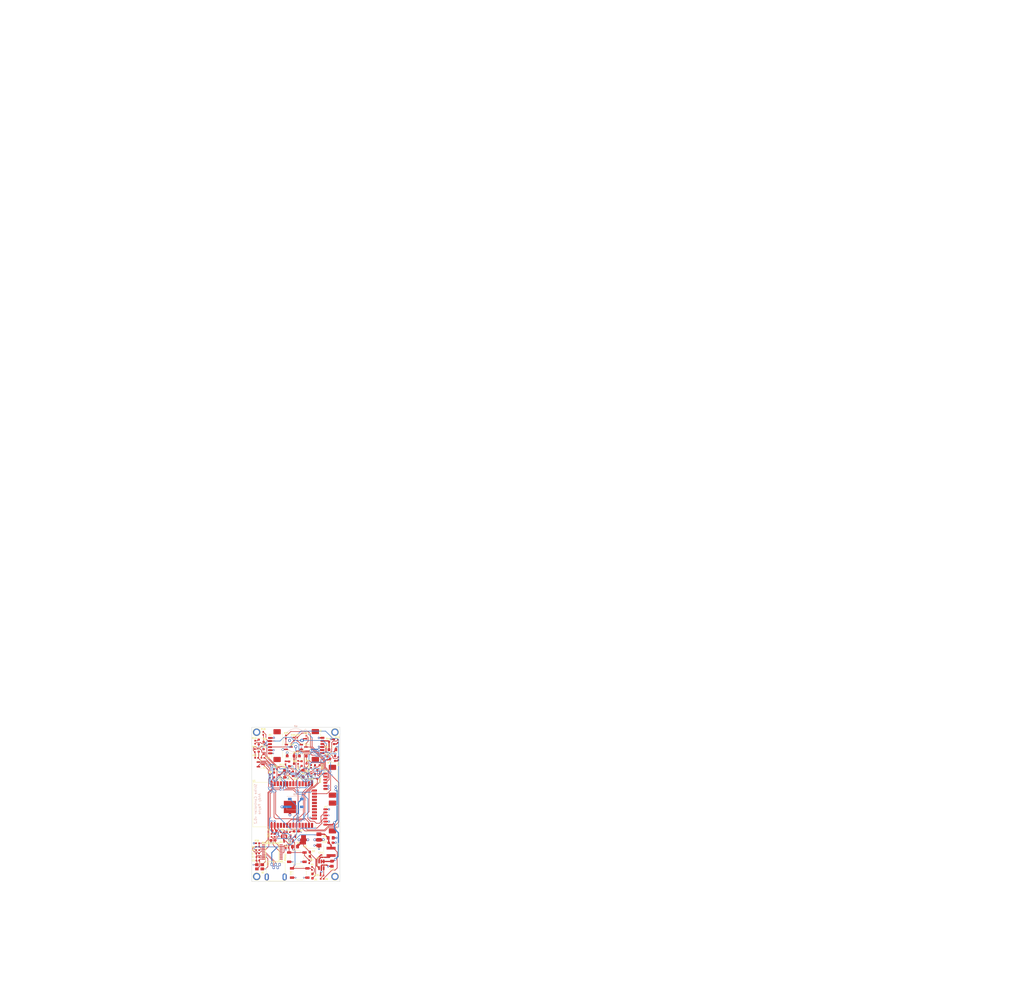
<source format=kicad_pcb>
(kicad_pcb (version 20211014) (generator pcbnew)
  (title_block (title "Liger v0.2") (date "2016-09-21") (company "PYFI"))
  (layers (0 "F.Cu" signal) (1 "In1.Cu" power) (2 "In2.Cu" power) (31 "B.Cu" signal) (34 "B.Paste" user) (35 "F.Paste" user) (36 "B.SilkS" user "B.Silkscreen") (37 "F.SilkS" user "F.Silkscreen") (38 "B.Mask" user) (39 "F.Mask" user) (44 "Edge.Cuts" user))
  (net 0 "")
  (net 1 "GND")
  (net 2 "/PROG")
  (net 3 "Net-(C4-Pad1)")
  (net 4 "Net-(C5-Pad1)")
  (net 5 "/5V")
  (net 6 "Net-(C7-Pad1)")
  (net 7 "Net-(D1-Pad1)")
  (net 8 "Net-(D2-Pad1)")
  (net 9 "Net-(D4-Pad1)")
  (net 10 "/LOCK1")
  (net 11 "/POWER")
  (net 12 "/LOCK2")
  (net 13 "/KEYPAD_PUSH")
  (net 14 "/BUZZER1")
  (net 15 "/AUX")
  (net 16 "/ESP_EN")
  (net 17 "/Microcontroller/FACT")
  (net 18 "Net-(C11-Pad1)")
  (net 19 "/USB/D-")
  (net 20 "/USB/D+")
  (net 21 "Net-(Q2-Pad2)")
  (net 22 "Net-(Q2-Pad1)")
  (net 23 "Net-(Q3-Pad3)")
  (net 24 "Net-(Q3-Pad1)")
  (net 25 "Net-(Q4-Pad1)")
  (net 26 "/EXIT_IO")
  (net 27 "Net-(Q5-Pad1)")
  (net 28 "Net-(Q6-Pad1)")
  (net 29 "/CONTACT1_IO")
  (net 30 "Net-(Q7-Pad1)")
  (net 31 "/CONTACT2_IO")
  (net 32 "Net-(Q8-Pad1)")
  (net 33 "Net-(Q9-Pad1)")
  (net 34 "/WG_D0_IO")
  (net 35 "Net-(Q10-Pad1)")
  (net 36 "Net-(Q11-Pad1)")
  (net 37 "/WG_D1_IO")
  (net 38 "Net-(Q12-Pad1)")
  (net 39 "Net-(Q13-Pad1)")
  (net 40 "/TX")
  (net 41 "/RX")
  (net 42 "/LOCK1_IO")
  (net 43 "/EXIT")
  (net 44 "/LOCK2_IO")
  (net 45 "/CONTACT1")
  (net 46 "/CONTACT2")
  (net 47 "/KEYPAD_PUSH_IO")
  (net 48 "/WG_D0")
  (net 49 "/BUZZER1_IO")
  (net 50 "/WG_D1")
  (net 51 "/AUX_IO")
  (net 52 "Net-(C11-Pad2)")
  (net 53 "/Microcontroller/IO5")
  (net 54 "/Microcontroller/IO4")
  (net 55 "/IO2")
  (net 57 "Net-(R25-Pad1)")
  (net 62 "/Microcontroller/IO35")
  (net 67 "/IO17")
  (net 68 "/Microcontroller/IO13")
  (net 69 "/Microcontroller/IO12")
  (net 70 "+3V3")
  (net 71 "/USB/D_Com")
  (net 72 "Net-(Q3-Pad2)")
  (net 73 "/LOCK1_STATE_IO")
  (net 74 "/LOCK2_STATE_IO")
  (net 75 "Net-(Q14-Pad1)")
  (net 82 "Net-(Q15-Pad1)")
  (net 83 "/LOCK1_STATE")
  (net 84 "/LOCK2_STATE")
  (net 85 "/PIR")
  (net 87 "/RGB_LED")
  (footprint "Capacitor_SMD:C_0603_1608Metric_Pad1.08x0.95mm_HandSolder" (layer "F.Cu") (at 139.72 97.18 180)
    (fp_text reference "C1")
    (fp_text value "C_10uF")
  )
  (footprint "Capacitor_SMD:C_0805_2012Metric_Pad1.18x1.45mm_HandSolder" (layer "F.Cu") (at 162.73 100.11)
    (fp_text reference "C8")
    (fp_text value "C_10uF")
  )
  (footprint "Capacitor_SMD:C_0805_2012Metric_Pad1.18x1.45mm_HandSolder" (layer "F.Cu") (at 148.17 103.69 180)
    (fp_text reference "C9")
    (fp_text value "C_10uF")
  )
  (footprint "Diode_SMD:D_0603_1608Metric_Pad1.05x0.95mm_HandSolder" (layer "F.Cu") (at 154.22 106.765 90)
    (fp_text reference "D2")
    (fp_text value "LED_G")
  )
  (footprint "LED_SMD:LED_0603_1608Metric_Pad1.05x0.95mm_HandSolder" (layer "F.Cu") (at 148.695 97.43)
    (fp_text reference "D4")
    (fp_text value "LED_G")
  )
  (footprint "Diode_SMD:D_SOD-123F" (layer "F.Cu") (at 163.44 64.13 180)
    (fp_text reference "D5")
    (fp_text value "D_SM4007PL")
  )
  (footprint "Diode_SMD:D_SOD-123F" (layer "F.Cu") (at 146.39 66.66)
    (fp_text reference "D6")
    (fp_text value "D_SM4007PL")
  )
  (footprint "Diode_SMD:D_SOD-123F" (layer "F.Cu") (at 143.8975 73.9825 90)
    (fp_text reference "D8")
    (fp_text value "D_SM4007PL")
  )
  (footprint "Diode_SMD:D_SOD-123F" (layer "F.Cu") (at 151.45 73.89 90)
    (fp_text reference "D9")
    (fp_text value "D_SM4007PL")
  )
  (footprint "Package_TO_SOT_SMD:SOT-23" (layer "F.Cu") (at 163.07 60.83 180)
    (fp_text reference "Q4")
    (fp_text value "Q_MMBT5551")
  )
  (footprint "Package_TO_SOT_SMD:SOT-23" (layer "F.Cu") (at 134.34 64.89 180)
    (fp_text reference "Q5")
    (fp_text value "Q_MMBT5551")
  )
  (footprint "Package_TO_SOT_SMD:SOT-23" (layer "F.Cu") (at 146.77 69.88)
    (fp_text reference "Q6")
    (fp_text value "Q_MMBT5551")
  )
  (footprint "Package_TO_SOT_SMD:SOT-23" (layer "F.Cu") (at 163.53 67.71 180)
    (fp_text reference "Q7")
    (fp_text value "Q_MMBT5551")
  )
  (footprint "Package_TO_SOT_SMD:SOT-23" (layer "F.Cu") (at 134.34 60.94)
    (fp_text reference "Q8")
    (fp_text value "Q_MMBT5551")
  )
  (footprint "Package_TO_SOT_SMD:SOT-23" (layer "F.Cu") (at 151.87 69.77)
    (fp_text reference "Q9")
    (fp_text value "Q_MMBT5551")
  )
  (footprint "Package_TO_SOT_SMD:SOT-23" (layer "F.Cu") (at 157.3 74.94 -90)
    (fp_text reference "Q10")
    (fp_text value "Q_MMBT5551")
  )
  (footprint "Package_TO_SOT_SMD:SOT-23" (layer "F.Cu") (at 140.63 74.43)
    (fp_text reference "Q11")
    (fp_text value "Q_MMBT5551")
  )
  (footprint "Package_TO_SOT_SMD:SOT-23" (layer "F.Cu") (at 157.28 71.44 -90)
    (fp_text reference "Q12")
    (fp_text value "Q_MMBT5551")
  )
  (footprint "Package_TO_SOT_SMD:SOT-23" (layer "F.Cu") (at 148.3 73.92)
    (fp_text reference "Q13")
    (fp_text value "Q_MMBT5551")
  )
  (footprint "Resistor_SMD:R_0402_1005Metric_Pad0.72x0.64mm_HandSolder" (layer "F.Cu") (at 165.65 60.6225 -90)
    (fp_text reference "R10")
    (fp_text value "R_100")
  )
  (footprint "Resistor_SMD:R_0402_1005Metric_Pad0.72x0.64mm_HandSolder" (layer "F.Cu") (at 135.0525 67.42)
    (fp_text reference "R11")
    (fp_text value "R_1K_0402")
  )
  (footprint "Resistor_SMD:R_0402_1005Metric_Pad0.72x0.64mm_HandSolder" (layer "F.Cu") (at 132.4925 67.43 180)
    (fp_text reference "R12")
    (fp_text value "R_1K_0402")
  )
  (footprint "Resistor_SMD:R_0402_1005Metric_Pad0.72x0.64mm_HandSolder" (layer "F.Cu") (at 144.285 69.445 90)
    (fp_text reference "R13")
    (fp_text value "R_100")
  )
  (footprint "Resistor_SMD:R_0402_1005Metric_Pad0.72x0.64mm_HandSolder" (layer "F.Cu") (at 165.86 67.7 90)
    (fp_text reference "R14")
    (fp_text value "R_1K_0402")
  )
  (footprint "Resistor_SMD:R_0402_1005Metric_Pad0.72x0.64mm_HandSolder" (layer "F.Cu") (at 161.26 67.57 90)
    (fp_text reference "R15")
    (fp_text value "R_1K_0402")
  )
  (footprint "Resistor_SMD:R_0402_1005Metric_Pad0.72x0.64mm_HandSolder" (layer "F.Cu") (at 131.89 61.0425 -90)
    (fp_text reference "R16")
    (fp_text value "R_1K_0402")
  )
  (footprint "Resistor_SMD:R_0402_1005Metric_Pad0.72x0.64mm_HandSolder" (layer "F.Cu") (at 149.4075 69.25 90)
    (fp_text reference "R17")
    (fp_text value "R_100")
  )
  (footprint "Resistor_SMD:R_0402_1005Metric_Pad0.72x0.64mm_HandSolder" (layer "F.Cu") (at 135.21 57.42 90)
    (fp_text reference "R18")
    (fp_text value "R_1K_0402")
  )
  (footprint "Resistor_SMD:R_0402_1005Metric_Pad0.72x0.64mm_HandSolder" (layer "F.Cu") (at 140.1875 72 180)
    (fp_text reference "R20")
    (fp_text value "R_100")
  )
  (footprint "Resistor_SMD:R_0402_1005Metric_Pad0.72x0.64mm_HandSolder" (layer "F.Cu") (at 131.74 64.4375 -90)
    (fp_text reference "R21")
    (fp_text value "R_1K_0402")
  )
  (footprint "Resistor_SMD:R_0402_1005Metric_Pad0.72x0.64mm_HandSolder" (layer "F.Cu") (at 153.42 74.47 -90)
    (fp_text reference "R22")
    (fp_text value "R_1K_0402")
  )
  (footprint "Resistor_SMD:R_0402_1005Metric_Pad0.72x0.64mm_HandSolder" (layer "F.Cu") (at 145.94 73.4175 -90)
    (fp_text reference "R23")
    (fp_text value "R_100")
  )
  (footprint "Package_TO_SOT_SMD:SOT-223-3_TabPin2" (layer "F.Cu") (at 154.8 100.92 180)
    (fp_text reference "U3")
    (fp_text value "REG_AMS1117-3.3")
  )
  (footprint "Button_Switch_SMD:SW_SPST_TL3342" (layer "F.Cu") (at 150.08 114.465)
    (fp_text reference "EN1")
    (fp_text value "SW_PUSH_SM")
  )
  (footprint "Button_Switch_SMD:SW_SPST_TL3342" (layer "F.Cu") (at 148.92 108)
    (fp_text reference "PROG1")
    (fp_text value "SW_PUSH_SM")
  )
  (footprint "RF_Module:ESP32-WROOM-32" (layer "F.Cu") (at 146.855 86.5 90)
    (fp_text reference "U1")
    (fp_text value "ESP32-WROOM-32")
  )
  (footprint "Resistor_SMD:R_0402_1005Metric_Pad0.72x0.64mm_HandSolder" (layer "F.Cu") (at 155.1 112.6025 90)
    (fp_text reference "R1")
    (fp_text value "R_10K_0402")
  )
  (footprint "Capacitor_SMD:C_0402_1005Metric_Pad0.74x0.62mm_HandSolder" (layer "F.Cu") (at 139.1375 98.55 180)
    (fp_text reference "C2")
    (fp_text value "C_1uF")
  )
  (footprint "Capacitor_SMD:C_0402_1005Metric_Pad0.74x0.62mm_HandSolder" (layer "F.Cu") (at 144.97 104.21 180)
    (fp_text reference "C3")
    (fp_text value "C_1uF")
  )
  (footprint "Resistor_SMD:R_0402_1005Metric_Pad0.72x0.64mm_HandSolder" (layer "F.Cu") (at 153.97 109.87 -90)
    (fp_text reference "R2")
    (fp_text value "R_10K_0402")
  )
  (footprint "Resistor_SMD:R_0402_1005Metric_Pad0.72x0.64mm_HandSolder" (layer "F.Cu") (at 154.81 70.95 90)
    (fp_text reference "R24")
    (fp_text value "R_1K_0402")
  )
  (footprint "Diode_SMD:D_0603_1608Metric_Pad1.05x0.95mm_HandSolder" (layer "F.Cu") (at 155.3025 115.745 -90)
    (fp_text reference "D1")
    (fp_text value "LED_G")
  )
  (footprint "Connector_Molex:Molex_PicoBlade_53261-0671_1x06-1MP_P1.25mm_Horizontal" (layer "F.Cu") (at 162.97 91.575 90)
    (fp_text reference "J4")
    (fp_text value "Molex_Blade_6pin")
  )
  (footprint "Connector_Molex:Molex_PicoBlade_53261-0671_1x06-1MP_P1.25mm_Horizontal" (layer "F.Cu") (at 140.36 62.43 90)
    (fp_text reference "J6")
    (fp_text value "Molex_Blade_6pin")
  )
  (footprint "Diode_SMD:D_SOD-123F" (layer "F.Cu") (at 151.38 66.69)
    (fp_text reference "D7")
    (fp_text value "D_SM4007PL")
  )
  (footprint "Open_Automation:Mount_Hole_1p5" (layer "F.Cu") (at 132.525 115.9)
    (fp_text reference "J8" hide)
    (fp_text value "Conn_01x01_Female")
  )
  (footprint "Open_Automation:Mount_Hole_1p5" (layer "F.Cu") (at 164.49 115.9)
    (fp_text reference "J10" hide)
    (fp_text value "Conn_01x01_Female")
  )
  (footprint "Open_Automation:Mount_Hole_1p5" (layer "F.Cu") (at 132.5 56.95)
    (fp_text reference "J7" hide)
    (fp_text value "Conn_01x01_Female")
  )
  (footprint "Open_Automation:Mount_Hole_1p5" (layer "F.Cu") (at 164.48 56.94)
    (fp_text reference "J9" hide)
    (fp_text value "Conn_01x01_Female")
  )
  (footprint "Connector_Molex:Molex_PicoBlade_53261-0671_1x06-1MP_P1.25mm_Horizontal" (layer "F.Cu") (at 156.97 62.375 -90)
    (fp_text reference "J5")
    (fp_text value "Molex_Blade_6pin")
  )
  (footprint "Connector_Molex:Molex_PicoBlade_53261-0671_1x06-1MP_P1.25mm_Horizontal" (layer "F.Cu") (at 162.95 76.985 90)
    (fp_text reference "J3")
    (fp_text value "Molex_Blade_6pin")
  )
  (footprint "Resistor_SMD:R_0402_1005Metric_Pad0.72x0.64mm_HandSolder" (layer "F.Cu") (at 145.4725 97.79 180)
    (fp_text reference "R3")
    (fp_text value "R_1K_0402")
  )
  (footprint "Resistor_SMD:R_0402_1005Metric_Pad0.72x0.64mm_HandSolder" (layer "F.Cu") (at 154.77 74.4525 -90)
    (fp_text reference "R19")
    (fp_text value "R_1K_0402")
  )
  (footprint "Package_TO_SOT_SMD:SOT-23" (layer "F.Cu") (at 134.16 70.1)
    (fp_text reference "D3")
    (fp_text value "BAT54C")
  )
  (footprint "Open_Automation:USB-mini-B-0548190519" (layer "F.Cu") (at 143.9249 116.0801 90)
    (fp_text reference "J2")
    (fp_text value "USB_MINI_B")
  )
  (footprint "Capacitor_SMD:C_0402_1005Metric_Pad0.74x0.62mm_HandSolder" (layer "F.Cu") (at 132.9925 107.96 180)
    (fp_text reference "C4")
    (fp_text value "C_27pF_0402")
  )
  (footprint "Resistor_SMD:R_0402_1005Metric_Pad0.72x0.64mm_HandSolder" (layer "F.Cu") (at 152.81 58.9975 -90)
    (fp_text reference "R28")
    (fp_text value "R_1K_0402")
  )
  (footprint "Package_TO_SOT_SMD:SOT-23" (layer "F.Cu") (at 145.5725 62.99)
    (fp_text reference "Q15")
    (fp_text value "Q_MMBT5551")
  )
  (footprint "Resistor_SMD:R_0402_1005Metric_Pad0.72x0.64mm_HandSolder" (layer "F.Cu") (at 137.94 74.9625 -90)
    (fp_text reference "R8")
    (fp_text value "R_220_0402")
  )
  (footprint "Package_TO_SOT_SMD:SOT-23" (layer "F.Cu") (at 147.38 100.3975 -90)
    (fp_text reference "Q2")
    (fp_text value "Q_SS8050")
  )
  (footprint "Resistor_SMD:R_0402_1005Metric_Pad0.72x0.64mm_HandSolder" (layer "F.Cu") (at 159.25 116.88 180)
    (fp_text reference "R9")
    (fp_text value "49.9K")
  )
  (footprint "Resistor_SMD:R_0402_1005Metric_Pad0.72x0.64mm_HandSolder" (layer "F.Cu") (at 159.195 115.4925 180)
    (fp_text reference "R25")
    (fp_text value "19K")
  )
  (footprint "Open_Automation:L_4x4" (layer "F.Cu") (at 162.9 105.83 90)
    (fp_text reference "L1")
    (fp_text value "10uH")
  )
  (footprint "Package_TO_SOT_SMD:SOT-23" (layer "F.Cu") (at 151.6925 62.99)
    (fp_text reference "Q14")
    (fp_text value "Q_MMBT5551")
  )
  (footprint "Resistor_SMD:R_0402_1005Metric_Pad0.72x0.64mm_HandSolder" (layer "F.Cu") (at 147.76 59.7575 90)
    (fp_text reference "R30")
    (fp_text value "R_1K_0402")
  )
  (footprint "Resistor_SMD:R_0402_1005Metric_Pad0.72x0.64mm_HandSolder" (layer "F.Cu") (at 142.94 97.8 180)
    (fp_text reference "R6")
    (fp_text value "R_1K_0402")
  )
  (footprint "Capacitor_SMD:C_0805_2012Metric_Pad1.18x1.45mm_HandSolder" (layer "F.Cu") (at 163.23 110.6825 -90)
    (fp_text reference "C10")
    (fp_text value "C_10uF")
  )
  (footprint "Resistor_SMD:R_0402_1005Metric_Pad0.72x0.64mm_HandSolder" (layer "F.Cu") (at 144.44 58.9075 90)
    (fp_text reference "R29")
    (fp_text value "R_1K_0402")
  )
  (footprint "Resistor_SMD:R_0402_1005Metric_Pad0.72x0.64mm_HandSolder" (layer "F.Cu") (at 132.9075 102.29 180)
    (fp_text reference "R26")
    (fp_text value "R_10K_0402")
  )
  (footprint "Capacitor_SMD:C_0603_1608Metric_Pad1.08x0.95mm_HandSolder" (layer "F.Cu") (at 139.21 101.09 180)
    (fp_text reference "C6")
    (fp_text value "C_22uF")
  )
  (footprint "Capacitor_SMD:C_0402_1005Metric" (layer "F.Cu") (at 159.04 107.6 -90)
    (fp_text reference "C11")
    (fp_text value "22nF")
  )
  (footprint "Capacitor_SMD:C_0603_1608Metric_Pad1.08x0.95mm_HandSolder" (layer "F.Cu") (at 162.79 102.11)
    (fp_text reference "C12")
    (fp_text value "C_22uF")
  )
  (footprint "Package_TO_SOT_SMD:SOT-23-6_Handsoldering" (layer "F.Cu") (at 158.94 111.12 90)
    (fp_text reference "U4")
    (fp_text value "REG_MT2492")
  )
  (footprint "Capacitor_SMD:C_0402_1005Metric_Pad0.74x0.62mm_HandSolder" (layer "F.Cu") (at 132.9125 106.48 180)
    (fp_text reference "C7")
    (fp_text value "C_100nF_0402")
  )
  (footprint "Resistor_SMD:R_0402_1005Metric_Pad0.72x0.64mm_HandSolder" (layer "F.Cu") (at 149.09 59.7775 90)
    (fp_text reference "R27")
    (fp_text value "R_1K_0402")
  )
  (footprint "Resistor_SMD:R_0402_1005Metric_Pad0.72x0.64mm_HandSolder" (layer "F.Cu") (at 139.1725 99.72 180)
    (fp_text reference "R7")
    (fp_text value "R_1K_0402")
  )
  (footprint "Crystal:Crystal_SMD_3225-4Pin_3.2x2.5mm" (layer "F.Cu") (at 133.7 111.94 180)
    (fp_text reference "Q1")
    (fp_text value "Crystal_12Mhz")
  )
  (footprint "Capacitor_SMD:C_0402_1005Metric_Pad0.74x0.62mm_HandSolder" (layer "F.Cu") (at 132.9725 109.41 180)
    (fp_text reference "C5")
    (fp_text value "C_27pF_0402")
  )
  (footprint "Package_TO_SOT_SMD:SOT-23" (layer "F.Cu") (at 143.7 100.4425 -90)
    (fp_text reference "Q3")
    (fp_text value "Q_SS8550")
  )
  (footprint "Open_Automation:SSOP-20W" (layer "F.Cu") (at 138.9 105.91 -90)
    (fp_text reference "U5")
    (fp_text value "CH340T(SSOP20W)")
  )
  (footprint "Resistor_SMD:R_0402_1005Metric_Pad0.72x0.64mm_HandSolder" (layer "F.Cu") (at 132.9275 103.76)
    (fp_text reference "R5")
    (fp_text value "R_10K_0402")
  )
  (footprint "Resistor_SMD:R_0402_1005Metric_Pad0.72x0.64mm_HandSolder" (layer "F.Cu") (at 132.9375 105.12)
    (fp_text reference "R4")
    (fp_text value "R_10K_0402")
  )
  (footprint "LED_SMD:LED_WS2812B_PLCC4_5.0x5.0mm_P3.2mm" (layer "B.Cu") (at 148.49 85.86 180)
    (fp_text reference "D10")
    (fp_text value "WS2812B")
  )
  (footprint "Package_TO_SOT_THT:TO-5-3" (layer "B.Cu") (at 151.03 60.31 180)
    (fp_text reference "U2")
    (fp_text value "PIR-DIGITAL")
  )
  (gr_line (start 130.51 117.93) (end 166.51 117.92) (layer "Edge.Cuts") (width 0.15))
  (gr_line (start 166.51 117.92) (end 166.51 54.92) (layer "Edge.Cuts") (width 0.15))
  (gr_line (start 130.49584 54.9306) (end 130.51 117.93) (layer "Edge.Cuts") (width 0.15))
  (gr_line (start 166.51 54.92) (end 130.49584 54.9306) (layer "Edge.Cuts") (width 0.15))
  (gr_text "Strike Controller v0.2\nAndy Payne" (at 132.85 86.275 90) (layer "B.SilkS") (effects (font (size 1 1) (thickness 0.12)) (justify mirror)))
  (segment (start 164.74 102.11) (end 164.81 102.04) (width 0.5) (layer "F.Cu") (net 1))
  (segment (start 139.355 64.305) (end 139.38 64.28) (width 0.5) (layer "F.Cu") (net 1))
  (segment (start 132.6 109.605) (end 132.405 109.41) (width 0.25) (layer "F.Cu") (net 1))
  (segment (start 163.23 111.72) (end 161.74 111.72) (width 0.5) (layer "F.Cu") (net 1))
  (segment (start 145.77 70.83) (end 146.66 70.83) (width 0.5) (layer "F.Cu") (net 1))
  (segment (start 133.34 61.89) (end 133.34 62.7855) (width 0.25) (layer "F.Cu") (net 1))
  (segment (start 139.63 75.49) (end 138.72 76.4) (width 0.5) (layer "F.Cu") (net 1))
  (segment (start 138.6 96.9225) (end 138.8575 97.18) (width 0.5) (layer "F.Cu") (net 1))
  (segment (start 144.875 97.79) (end 144.875 97.155) (width 0.25) (layer "F.Cu") (net 1))
  (segment (start 147.3 74.87) (end 147.961364 74.87) (width 0.5) (layer "F.Cu") (net 1))
  (segment (start 156.33 70.44) (end 156.33 70.846823) (width 0.25) (layer "F.Cu") (net 1))
  (segment (start 156.35 73.94) (end 156.35 74.79) (width 0.25) (layer "F.Cu") (net 1))
  (segment (start 132.425 107.96) (end 133.05952 107.32548) (width 0.25) (layer "F.Cu") (net 1))
  (segment (start 150.75 109.9) (end 150.73 109.92) (width 0.25) (layer "F.Cu") (net 1))
  (segment (start 132.6 111.09) (end 132.6 109.605) (width 0.25) (layer "F.Cu") (net 1))
  (segment (start 138.6 93.26) (end 138.57 93.23) (width 0.5) (layer "F.Cu") (net 1))
  (segment (start 136.45 107.68) (end 136.45 108) (width 0.25) (layer "F.Cu") (net 1))
  (segment (start 164.53 66.76) (end 164.53 65.904834) (width 0.5) (layer "F.Cu") (net 1))
  (segment (start 133.971123 107.32548) (end 134.180643 107.535) (width 0.25) (layer "F.Cu") (net 1))
  (segment (start 137.96 64.305) (end 139.355 64.305) (width 0.5) (layer "F.Cu") (net 1))
  (segment (start 153.23 116.365) (end 151.775 116.365) (width 0.25) (layer "F.Cu") (net 1))
  (segment (start 138.3475 101.09) (end 138.3475 102.069022) (width 0.5) (layer "F.Cu") (net 1))
  (segment (start 162.01 93.45) (end 162.02 93.44) (width 0.5) (layer "F.Cu") (net 1))
  (segment (start 158.94 112.47) (end 158.94 113.93) (width 0.5) (layer "F.Cu") (net 1))
  (segment (start 160.57 88.45) (end 162.05 88.45) (width 0.5) (layer "F.Cu") (net 1))
  (segment (start 146.1 87.5) (end 146.1 90.77) (width 1) (layer "F.Cu") (net 1))
  (segment (start 147.1325 103.69) (end 147.1325 104.7325) (width 0.4) (layer "F.Cu") (net 1))
  (segment (start 163.7675 100.11) (end 165.03 100.11) (width 0.5) (layer "F.Cu") (net 1))
  (segment (start 134.180643 107.535) (end 135.2805 107.535) (width 0.25) (layer "F.Cu") (net 1))
  (segment (start 147.21 109.9) (end 147.22 109.91) (width 0.25) (layer "F.Cu") (net 1))
  (segment (start 161.200489 111.240489) (end 161.71 111.75) (width 0.5) (layer "F.Cu") (net 1))
  (segment (start 152.07 109.9) (end 150.75 109.9) (width 0.25) (layer "F.Cu") (net 1))
  (segment (start 137.06 108.61) (end 137.06 111.89) (width 0.25) (layer "F.Cu") (net 1))
  (segment (start 151.775 116.365) (end 151.76 116.38) (width 0.25) (layer "F.Cu") (net 1))
  (segment (start 138.6 79.028887) (end 138.1955 79.433387) (width 0.5) (layer "F.Cu") (net 1))
  (segment (start 158.94 111.415978) (end 159.115489 111.240489) (width 0.5) (layer "F.Cu") (net 1))
  (segment (start 132.405 109.41) (end 132.405 107.98) (width 0.25) (layer "F.Cu") (net 1))
  (segment (start 136.16 112.79) (end 136.18 112.77) (width 0.25) (layer "F.Cu") (net 1))
  (segment (start 144.875 97.155) (end 144.72 97) (width 0.25) (layer "F.Cu") (net 1))
  (segment (start 158.5975 115.4925) (end 158.5975 114.2925) (width 0.5) (layer "F.Cu") (net 1))
  (segment (start 150.86 70.72) (end 150.21 71.37) (width 0.25) (layer "F.Cu") (net 1))
  (segment (start 160.57 93.45) (end 162.01 93.45) (width 0.5) (layer "F.Cu") (net 1))
  (segment (start 146.66 70.83) (end 146.97 71.14) (width 0.5) (layer "F.Cu") (net 1))
  (segment (start 165.03 100.11) (end 165.04 100.12) (width 0.5) (layer "F.Cu") (net 1))
  (segment (start 132.6 111.09) (end 131.21 111.09) (width 0.25) (layer "F.Cu") (net 1))
  (segment (start 160.55 78.86) (end 161.7455 78.86) (width 0.5) (layer "F.Cu") (net 1))
  (segment (start 139.485 59.305) (end 139.56 59.23) (width 0.5) (layer "F.Cu") (net 1))
  (segment (start 136.45 108) (end 137.06 108.61) (width 0.25) (layer "F.Cu") (net 1))
  (segment (start 158.94 112.47) (end 158.94 111.415978) (width 0.5) (layer "F.Cu") (net 1))
  (segment (start 132.425 107.96) (end 132.425 106.56) (width 0.25) (layer "F.Cu") (net 1))
  (segment (start 138.8575 98.2625) (end 138.57 98.55) (width 0.5) (layer "F.Cu") (net 1))
  (segment (start 147.1325 104.7325) (end 147.36 104.96) (width 0.4) (layer "F.Cu") (net 1))
  (segment (start 161.7455 78.86) (end 161.7655 78.88) (width 0.5) (layer "F.Cu") (net 1))
  (segment (start 136.305 107.535) (end 136.45 107.68) (width 0.25) (layer "F.Cu") (net 1))
  (segment (start 156.35 74.79) (end 156.44 74.88) (width 0.25) (layer "F.Cu") (net 1))
  (segment (start 164.07 59.88) (end 162.985402 59.88) (width 0.5) (layer "F.Cu") (net 1))
  (segment (start 159.115489 111.240489) (end 161.200489 111.240489) (width 0.5) (layer "F.Cu") (net 1))
  (segment (start 133.34 62.7855) (end 133.33 62.7955) (width 0.25) (layer "F.Cu") (net 1))
  (segment (start 163.6525 102.11) (end 164.74 102.11) (width 0.5) (layer "F.Cu") (net 1))
  (segment (start 150.755 63.095) (end 150.79 63.06) (width 0.25) (layer "F.Cu") (net 1))
  (segment (start 146.1 87.5) (end 142.9 87.5) (width 1) (layer "F.Cu") (net 1))
  (segment (start 150.755 63.94) (end 150.755 63.095) (width 0.25) (layer "F.Cu") (net 1))
  (segment (start 138.3475 102.069022) (end 138.53598 102.257502) (width 0.5) (layer "F.Cu") (net 1))
  (segment (start 134.8 112.79) (end 136.16 112.79) (width 0.25) (layer "F.Cu") (net 1))
  (segment (start 138.6 78) (end 138.6 79.028887) (width 0.5) (layer "F.Cu") (net 1))
  (segment (start 154.575 92.215) (end 154.32 91.96) (width 0.5) (layer "F.Cu") (net 1))
  (segment (start 138.6 95) (end 138.6 93.26) (width 0.5) (layer "F.Cu") (net 1))
  (segment (start 137.06 111.89) (end 136.18 112.77) (width 0.25) (layer "F.Cu") (net 1))
  (segment (start 156.11 92.215) (end 154.575 92.215) (width 0.5) (layer "F.Cu") (net 1))
  (segment (start 133.05952 107.32548) (end 133.971123 107.32548) (width 0.25) (layer "F.Cu") (net 1))
  (segment (start 138.6 78) (end 138.6 76.52) (width 0.5) (layer "F.Cu") (net 1))
  (segment (start 158.5975 114.2925) (end 158.95 113.94) (width 0.5) (layer "F.Cu") (net 1))
  (segment (start 131.21 111.09) (end 131.2 111.1) (width 0.25) (layer "F.Cu") (net 1))
  (segment (start 164.53 65.904834) (end 164.655679 65.779155) (width 0.5) (layer "F.Cu") (net 1))
  (segment (start 161.74 111.72) (end 161.71 111.75) (width 0.5) (layer "F.Cu") (net 1))
  (segment (start 138.8575 97.18) (end 138.8575 98.2625) (width 0.5) (layer "F.Cu") (net 1))
  (segment (start 137.96 59.305) (end 139.485 59.305) (width 0.5) (layer "F.Cu") (net 1))
  (segment (start 138.6 76.52) (end 138.72 76.4) (width 0.5) (layer "F.Cu") (net 1))
  (segment (start 148.365 116.365) (end 148.38 116.38) (width 0.25) (layer "F.Cu") (net 1))
  (segment (start 135.2805 107.535) (end 136.305 107.535) (width 0.25) (layer "F.Cu") (net 1))
  (segment (start 156.16 103.22) (end 156.14 103.2) (width 0.5) (layer "F.Cu") (net 1))
  (segment (start 145.77 109.9) (end 147.21 109.9) (width 0.25) (layer "F.Cu") (net 1))
  (segment (start 143.28 63.94) (end 143.21 64.01) (width 0.5) (layer "F.Cu") (net 1))
  (segment (start 157.95 103.22) (end 157.95 104.6) (width 0.5) (layer "F.Cu") (net 1))
  (segment (start 144.4025 104.9775) (end 144.33 105.05) (width 0.4) (layer "F.Cu") (net 1))
  (segment (start 146.93 116.365) (end 148.365 116.365) (width 0.25) (layer "F.Cu") (net 1))
  (segment (start 158.94 113.93) (end 158.95 113.94) (width 0.5) (layer "F.Cu") (net 1))
  (segment (start 162.985402 59.88) (end 162.818074 59.712672) (width 0.5) (layer "F.Cu") (net 1))
  (segment (start 157.95 104.6) (end 157.94 104.61) (width 0.5) (layer "F.Cu") (net 1))
  (segment (start 147.961364 74.87) (end 148.249794 75.15843) (width 0.5) (layer "F.Cu") (net 1))
  (segment (start 157.95 103.22) (end 156.16 103.22) (width 0.5) (layer "F.Cu") (net 1))
  (segment (start 142.9 87.5) (end 142.84 87.44) (width 1) (layer "F.Cu") (net 1))
  (segment (start 135.34 63.715448) (end 134.889052 63.2645) (width 0.25) (layer "F.Cu") (net 1))
  (segment (start 144.4025 104.21) (end 144.4025 104.9775) (width 0.4) (layer "F.Cu") (net 1))
  (segment (start 156.33 70.846823) (end 155.993918 71.182905) (width 0.25) (layer "F.Cu") (net 1))
  (segment (start 144.635 63.94) (end 143.28 63.94) (width 0.5) (layer "F.Cu") (net 1))
  (segment (start 138.6 95) (end 138.6 96.9225) (width 0.5) (layer "F.Cu") (net 1))
  (via (at 162.05 88.45) (size 0.8) (drill 0.4) (layers "F.Cu" "B.Cu") (net 1))
  (via (at 162.02 93.44) (size 0.8) (drill 0.4) (layers "F.Cu" "B.Cu") (net 1))
  (via (at 138.53598 102.257502) (size 0.8) (drill 0.4) (layers "F.Cu" "B.Cu") (net 1))
  (via (at 156.14 103.2) (size 0.8) (drill 0.4) (layers "F.Cu" "B.Cu") (net 1))
  (via (at 161.7655 78.88) (size 0.8) (drill 0.4) (layers "F.Cu" "B.Cu") (net 1))
  (via (at 151.76 116.38) (size 0.6) (drill 0.4) (layers "F.Cu" "B.Cu") (net 1))
  (via (at 138.57 93.23) (size 0.8) (drill 0.4) (layers "F.Cu" "B.Cu") (net 1))
  (via (at 147.36 104.96) (size 0.6) (drill 0.4) (layers "F.Cu" "B.Cu") (net 1))
  (via (at 133.33 62.7955) (size 0.6) (drill 0.4) (layers "F.Cu" "B.Cu") (net 1))
  (via (at 134.889052 63.2645) (size 0.6) (drill 0.4) (layers "F.Cu" "B.Cu") (net 1))
  (via (at 148.249794 75.15843) (size 0.6) (drill 0.4) (layers "F.Cu" "B.Cu") (net 1))
  (via (at 143.21 64.01) (size 1) (drill 0.6) (layers "F.Cu" "B.Cu") (net 1))
  (via (at 146.1 90.77) (size 1) (drill 0.6) (layers "F.Cu" "B.Cu") (net 1))
  (via (at 156.44 74.88) (size 0.6) (drill 0.4) (layers "F.Cu" "B.Cu") (net 1))
  (via (at 136.18 112.77) (size 0.6) (drill 0.4) (layers "F.Cu" "B.Cu") (net 1))
  (via (at 144.33 105.05) (size 0.6) (drill 0.4) (layers "F.Cu" "B.Cu") (net 1))
  (via (at 138.1955 79.433387) (size 0.6) (drill 0.4) (layers "F.Cu" "B.Cu") (net 1))
  (via (at 150.73 109.92) (size 0.6) (drill 0.4) (layers "F.Cu" "B.Cu") (net 1))
  (via (at 164.81 102.04) (size 0.8) (drill 0.4) (layers "F.Cu" "B.Cu") (net 1))
  (via (at 139.38 64.28) (size 0.8) (drill 0.4) (layers "F.Cu" "B.Cu") (net 1))
  (via (at 148.38 116.38) (size 0.6) (drill 0.4) (layers "F.Cu" "B.Cu") (net 1))
  (via (at 164.655679 65.779155) (size 0.8) (drill 0.4) (layers "F.Cu" "B.Cu") (net 1))
  (via (at 142.84 87.44) (size 1) (drill 0.6) (layers "F.Cu" "B.Cu") (net 1))
  (via (at 154.32 91.96) (size 0.8) (drill 0.4) (layers "F.Cu" "B.Cu") (net 1))
  (via (at 150.21 71.37) (size 0.6) (drill 0.4) (layers "F.Cu" "B.Cu") (net 1))
  (via (at 150.79 63.06) (size 0.6) (drill 0.4) (layers "F.Cu" "B.Cu") (net 1))
  (via (at 144.72 97) (size 0.6) (drill 0.4) (layers "F.Cu" "B.Cu") (net 1))
  (via (at 161.71 111.75) (size 0.8) (drill 0.4) (layers "F.Cu" "B.Cu") (net 1))
  (via (at 162.818074 59.712672) (size 0.8) (drill 0.4) (layers "F.Cu" "B.Cu") (net 1))
  (via (at 139.56 59.23) (size 0.8) (drill 0.4) (layers "F.Cu" "B.Cu") (net 1))
  (via (at 146.97 71.14) (size 1) (drill 0.6) (layers "F.Cu" "B.Cu") (net 1))
  (via (at 138.72 76.4) (size 0.6) (drill 0.4) (layers "F.Cu" "B.Cu") (net 1))
  (via (at 158.95 113.94) (size 0.8) (drill 0.4) (layers "F.Cu" "B.Cu") (net 1))
  (via (at 136.45 107.68) (size 0.6) (drill 0.4) (layers "F.Cu" "B.Cu") (net 1))
  (via (at 165.04 100.12) (size 0.8) (drill 0.4) (layers "F.Cu" "B.Cu") (net 1))
  (via (at 147.22 109.91) (size 0.6) (drill 0.4) (layers "F.Cu" "B.Cu") (net 1))
  (via (at 155.993918 71.182905) (size 0.6) (drill 0.4) (layers "F.Cu" "B.Cu") (net 1))
  (via (at 157.94 104.61) (size 0.8) (drill 0.4) (layers "F.Cu" "B.Cu") (net 1))
  (via (at 131.2 111.1) (size 0.6) (drill 0.4) (layers "F.Cu" "B.Cu") (net 1))
  (segment (start 142.86 87.46) (end 142.84 87.44) (width 1) (layer "B.Cu") (net 1))
  (segment (start 146.04 87.46) (end 142.86 87.46) (width 1) (layer "B.Cu") (net 1))
  (segment (start 146.125499 103.194501) (end 146.125499 101.482033) (width 0.25) (layer "F.Cu") (net 2))
  (segment (start 145.77 104.4425) (end 145.5375 104.21) (width 0.25) (layer "F.Cu") (net 2))
  (segment (start 145.5375 103.7825) (end 146.125499 103.194501) (width 0.25) (layer "F.Cu") (net 2))
  (segment (start 151.595499 90.184501) (end 150.054011 91.725989) (width 0.25) (layer "F.Cu") (net 2))
  (segment (start 133.24653 69.12597) (end 136.05597 69.12597) (width 0.25) (layer "F.Cu") (net 2))
  (segment (start 146.22048 101.196666) (end 146.370177 101.046969) (width 0.25) (layer "F.Cu") (net 2))
  (segment (start 151.595499 82.170493) (end 151.595499 90.184501) (width 0.25) (layer "F.Cu") (net 2))
  (segment (start 154.8745 76.5145) (end 154.16809 76.5145) (width 0.25) (layer "F.Cu") (net 2))
  (segment (start 145.5375 104.21) (end 145.5375 103.7825) (width 0.25) (layer "F.Cu") (net 2))
  (segment (start 155.11 76.75) (end 154.8745 76.5145) (width 0.25) (layer "F.Cu") (net 2))
  (segment (start 145.77 106.1) (end 145.77 104.4425) (width 0.25) (layer "F.Cu") (net 2))
  (segment (start 145.77 106.1) (end 152.07 106.1) (width 0.25) (layer "F.Cu") (net 2))
  (segment (start 146.125499 101.482033) (end 146.22048 101.387052) (width 0.25) (layer "F.Cu") (net 2))
  (segment (start 152.07 107.3725) (end 152.07 106.1) (width 0.25) (layer "F.Cu") (net 2))
  (segment (start 155.11 78.655992) (end 151.595499 82.170493) (width 0.25) (layer "F.Cu") (net 2))
  (segment (start 136.05597 69.12597) (end 137.54 70.61) (width 0.25) (layer "F.Cu") (net 2))
  (segment (start 150.054011 91.725989) (end 148.87 91.725989) (width 0.25) (layer "F.Cu") (net 2))
  (segment (start 146.22048 101.387052) (end 146.22048 101.196666) (width 0.25) (layer "F.Cu") (net 2))
  (segment (start 153.97 109.2725) (end 152.07 107.3725) (width 0.25) (layer "F.Cu") (net 2))
  (segment (start 155.11 78) (end 155.11 76.75) (width 0.25) (layer "F.Cu") (net 2))
  (via (at 137.54 70.61) (size 0.6) (drill 0.4) (layers "F.Cu" "B.Cu") (net 2))
  (via (at 154.16809 76.5145) (size 0.6) (drill 0.4) (layers "F.Cu" "B.Cu") (net 2))
  (via (at 146.370177 101.046969) (size 0.6) (drill 0.4) (layers "F.Cu" "B.Cu") (net 2))
  (via (at 148.87 91.725989) (size 0.6) (drill 0.4) (layers "F.Cu" "B.Cu") (net 2))
  (segment (start 140.03 70.88) (end 140.03 71.61) (width 0.25) (layer "B.Cu") (net 2))
  (segment (start 151.925006 77.16) (end 152.952468 77.16) (width 0.25) (layer "B.Cu") (net 2))
  (segment (start 149.115006 74.35) (end 151.925006 77.16) (width 0.25) (layer "B.Cu") (net 2))
  (segment (start 137.95 70.2) (end 139.35 70.2) (width 0.25) (layer "B.Cu") (net 2))
  (segment (start 153.597968 76.5145) (end 154.16809 76.5145) (width 0.25) (layer "B.Cu") (net 2))
  (segment (start 137.54 70.61) (end 137.95 70.2) (width 0.25) (layer "B.Cu") (net 2))
  (segment (start 146.61 74.35) (end 149.115006 74.35) (width 0.25) (layer "B.Cu") (net 2))
  (segment (start 144.45 73.19) (end 145.45 73.19) (width 0.25) (layer "B.Cu") (net 2))
  (segment (start 144.41 73.23) (end 144.45 73.19) (width 0.25) (layer "B.Cu") (net 2))
  (segment (start 140.03 71.61) (end 141.65 73.23) (width 0.25) (layer "B.Cu") (net 2))
  (segment (start 146.453031 101.046969) (end 148.87 98.63) (width 0.25) (layer "B.Cu") (net 2))
  (segment (start 152.952468 77.16) (end 153.597968 76.5145) (width 0.25) (layer "B.Cu") (net 2))
  (segment (start 145.45 73.19) (end 146.61 74.35) (width 0.25) (layer "B.Cu") (net 2))
  (segment (start 141.65 73.23) (end 144.41 73.23) (width 0.25) (layer "B.Cu") (net 2))
  (segment (start 146.370177 101.046969) (end 146.453031 101.046969) (width 0.25) (layer "B.Cu") (net 2))
  (segment (start 148.87 98.63) (end 148.87 91.725989) (width 0.25) (layer "B.Cu") (net 2))
  (segment (start 139.35 70.2) (end 140.03 70.88) (width 0.25) (layer "B.Cu") (net 2))
  (segment (start 136.19 108.453179) (end 135.921821 108.185) (width 0.25) (layer "F.Cu") (net 3))
  (segment (start 133.785 108.185) (end 133.56 107.96) (width 0.25) (layer "F.Cu") (net 3))
  (segment (start 136.19 109.7) (end 136.19 108.453179) (width 0.25) (layer "F.Cu") (net 3))
  (segment (start 135.2805 108.185) (end 133.785 108.185) (width 0.25) (layer "F.Cu") (net 3))
  (segment (start 135.921821 108.185) (end 135.2805 108.185) (width 0.25) (layer "F.Cu") (net 3))
  (segment (start 134.8 111.09) (end 136.19 109.7) (width 0.25) (layer "F.Cu") (net 3))
  (segment (start 133.51 109.08) (end 133.755 108.835) (width 0.25) (layer "F.Cu") (net 4))
  (segment (start 133.76 111.73) (end 133.76 109.63) (width 0.25) (layer "F.Cu") (net 4))
  (segment (start 133.76 109.63) (end 133.54 109.41) (width 0.25) (layer "F.Cu") (net 4))
  (segment (start 133.755 108.835) (end 135.2805 108.835) (width 0.25) (layer "F.Cu") (net 4))
  (segment (start 133.54 109.41) (end 133.54 109.11) (width 0.25) (layer "F.Cu") (net 4))
  (segment (start 132.7 112.79) (end 133.76 111.73) (width 0.25) (layer "F.Cu") (net 4))
  (segment (start 133.54 109.11) (end 133.51 109.08) (width 0.25) (layer "F.Cu") (net 4))
  (segment (start 132.06 105.12) (end 131.51 104.57) (width 0.25) (layer "F.Cu") (net 5))
  (segment (start 140.0725 101.09) (end 140.0725 101.884522) (width 0.25) (layer "F.Cu") (net 5))
  (segment (start 165.39 105.89) (end 163.83 104.33) (width 0.25) (layer "F.Cu") (net 5))
  (segment (start 165.39 112.45) (end 165.39 105.89) (width 0.25) (layer "F.Cu") (net 5))
  (segment (start 159.8025 116.7525) (end 163.275 113.28) (width 0.25) (layer "F.Cu") (net 5))
  (segment (start 164.56 113.28) (end 165.39 112.45) (width 0.25) (layer "F.Cu") (net 5))
  (segment (start 160.2025 98.62) (end 157.95 98.62) (width 0.5) (layer "F.Cu") (net 5))
  (segment (start 144.76657 103.17597) (end 145.07627 102.86627) (width 0.25) (layer "F.Cu") (net 5))
  (segment (start 140.0725 101.884522) (end 141.822978 103.635) (width 0.25) (layer "F.Cu") (net 5))
  (segment (start 143.825893 103.17597) (end 144.76657 103.17597) (width 0.25) (layer "F.Cu") (net 5))
  (segment (start 141.822978 103.635) (end 142.5195 103.635) (width 0.25) (layer "F.Cu") (net 5))
  (segment (start 161.6925 100.11) (end 160.2025 98.62) (width 0.5) (layer "F.Cu") (net 5))
  (segment (start 156.44 98.86) (end 157.71 98.86) (width 0.25) (layer "F.Cu") (net 5))
  (segment (start 143.366863 103.635) (end 143.825893 103.17597) (width 0.25) (layer "F.Cu") (net 5))
  (segment (start 162.9 104.33) (end 162.9 103.0825) (width 0.5) (layer "F.Cu") (net 5))
  (segment (start 161.9275 102.11) (end 161.9275 100.345) (width 0.5) (layer "F.Cu") (net 5))
  (segment (start 141.225 103.635) (end 141.06 103.8) (width 0.25) (layer "F.Cu") (net 5))
  (segment (start 162.9 103.0825) (end 161.9275 102.11) (width 0.5) (layer "F.Cu") (net 5))
  (segment (start 142.5195 103.635) (end 141.225 103.635) (width 0.25) (layer "F.Cu") (net 5))
  (segment (start 163.275 113.28) (end 164.56 113.28) (width 0.25) (layer "F.Cu") (net 5))
  (segment (start 142.5195 103.635) (end 143.366863 103.635) (width 0.25) (layer "F.Cu") (net 5))
  (segment (start 132.34 105.12) (end 132.06 105.12) (width 0.25) (layer "F.Cu") (net 5))
  (via (at 145.07627 102.86627) (size 0.6) (drill 0.4) (layers "F.Cu" "B.Cu") (net 5))
  (via (at 156.44 98.86) (size 0.6) (drill 0.4) (layers "F.Cu" "B.Cu") (net 5))
  (via (at 131.51 104.57) (size 0.6) (drill 0.4) (layers "F.Cu" "B.Cu") (net 5))
  (via (at 141.06 103.8) (size 0.6) (drill 0.4) (layers "F.Cu" "B.Cu") (net 5))
  (segment (start 138.6671 111.0255) (end 138.6671 106.1929) (width 0.4) (layer "B.Cu") (net 5))
  (segment (start 131.51 104.57) (end 132.28 103.8) (width 0.25) (layer "B.Cu") (net 5))
  (segment (start 147.454501 101.857967) (end 146.446198 102.86627) (width 0.25) (layer "B.Cu") (net 5))
  (segment (start 146.446198 102.86627) (end 145.07627 102.86627) (width 0.25) (layer "B.Cu") (net 5))
  (segment (start 147.454501 101.660492) (end 147.454501 101.857967) (width 0.25) (layer "B.Cu") (net 5))
  (segment (start 132.28 103.8) (end 141.06 103.8) (width 0.25) (layer "B.Cu") (net 5))
  (segment (start 156.44 98.86) (end 150.254993 98.86) (width 0.25) (layer "B.Cu") (net 5))
  (segment (start 150.254993 98.86) (end 147.454501 101.660492) (width 0.25) (layer "B.Cu") (net 5))
  (segment (start 138.6671 106.1929) (end 141.06 103.8) (width 0.4) (layer "B.Cu") (net 5))
  (segment (start 132.33 103.76) (end 131.38 103.76) (width 0.25) (layer "F.Cu") (net 6))
  (segment (start 130.88 105.13) (end 131.59548 105.84548) (width 0.25) (layer "F.Cu") (net 6))
  (segment (start 131.38 103.76) (end 130.88 104.26) (width 0.25) (layer "F.Cu") (net 6))
  (segment (start 134.375 105.585) (end 135.2805 105.585) (width 0.25) (layer "F.Cu") (net 6))
  (segment (start 133.48 106.48) (end 134.375 105.585) (width 0.25) (layer "F.Cu") (net 6))
  (segment (start 132.84548 105.84548) (end 133.48 106.48) (width 0.25) (layer "F.Cu") (net 6))
  (segment (start 131.59548 105.84548) (end 132.84548 105.84548) (width 0.25) (layer "F.Cu") (net 6))
  (segment (start 130.88 104.26) (end 130.88 105.13) (width 0.25) (layer "F.Cu") (net 6))
  (segment (start 156.04 114.1325) (end 155.3025 114.87) (width 0.25) (layer "F.Cu") (net 7))
  (segment (start 155.285 112.005) (end 156.04 112.76) (width 0.25) (layer "F.Cu") (net 7))
  (segment (start 156.04 112.76) (end 156.04 114.1325) (width 0.25) (layer "F.Cu") (net 7))
  (segment (start 154.72 109.494504) (end 153.97 110.244504) (width 0.25) (layer "F.Cu") (net 8))
  (segment (start 154.22 107.64) (end 154.72 108.14) (width 0.25) (layer "F.Cu") (net 8))
  (segment (start 154.72 108.14) (end 154.72 109.494504) (width 0.25) (layer "F.Cu") (net 8))
  (segment (start 147.82 97.43) (end 146.43 97.43) (width 0.25) (layer "F.Cu") (net 9))
  (segment (start 146.43 97.43) (end 146.07 97.79) (width 0.25) (layer "F.Cu") (net 9))
  (segment (start 159.37 60.5) (end 161.74 60.5) (width 0.5) (layer "F.Cu") (net 10))
  (segment (start 162.07 60.83) (end 162.07 64.1) (width 0.5) (layer "F.Cu") (net 10))
  (segment (start 161.74 60.5) (end 162.07 60.83) (width 0.5) (layer "F.Cu") (net 10))
  (segment (start 163.49 94.7) (end 160.57 94.7) (width 0.5) (layer "F.Cu") (net 11))
  (segment (start 144.99 66.66) (end 144.99 65.38) (width 0.5) (layer "F.Cu") (net 11))
  (segment (start 164.84 64.13) (end 164.84 63.410589) (width 0.5) (layer "F.Cu") (net 11))
  (segment (start 159.89 109.77) (end 163.105 109.77) (width 0.5) (layer "F.Cu") (net 11))
  (segment (start 160.55 80.11) (end 161.576112 80.11) (width 0.5) (layer "F.Cu") (net 11))
  (segment (start 158.94 109.77) (end 159.89 109.77) (width 0.5) (layer "F.Cu") (net 11))
  (segment (start 139.255 65.555) (end 139.28 65.58) (width 0.5) (layer "F.Cu") (net 11))
  (segment (start 143.8975 75.3825) (end 144.9525 75.3825) (width 0.5) (layer "F.Cu") (net 11))
  (segment (start 161.576112 80.11) (end 161.773056 79.913056) (width 0.5) (layer "F.Cu") (net 11))
  (segment (start 163.23 109.645) (end 163.845 109.645) (width 0.5) (layer "F.Cu") (net 11))
  (segment (start 163.845 109.645) (end 164.58 108.91) (width 0.5) (layer "F.Cu") (net 11))
  (segment (start 158.001473 63) (end 157.924814 62.923341) (width 0.5) (layer "F.Cu") (net 11))
  (segment (start 157.92 59.25) (end 157.9 59.27) (width 0.5) (layer "F.Cu") (net 11))
  (segment (start 159.37 59.25) (end 157.92 59.25) (width 0.5) (layer "F.Cu") (net 11))
  (segment (start 164.84 63.410589) (end 165.2655 62.985089) (width 0.5) (layer "F.Cu") (net 11))
  (segment (start 144.9525 75.3825) (end 145.16 75.59) (width 0.5) (layer "F.Cu") (net 11))
  (segment (start 149.98 65.65) (end 149.92 65.59) (width 0.5) (layer "F.Cu") (net 11))
  (segment (start 159.37 63) (end 158.001473 63) (width 0.5) (layer "F.Cu") (net 11))
  (segment (start 144.99 65.38) (end 144.96 65.35) (width 0.5) (layer "F.Cu") (net 11))
  (segment (start 149.98 66.69) (end 149.98 65.65) (width 0.5) (layer "F.Cu") (net 11))
  (segment (start 137.96 65.555) (end 139.255 65.555) (width 0.5) (layer "F.Cu") (net 11))
  (segment (start 152.079175 74.660825) (end 152.079175 74.457059) (width 0.5) (layer "F.Cu") (net 11))
  (segment (start 164.84 64.19) (end 163.62 65.41) (width 0.5) (layer "F.Cu") (net 11))
  (segment (start 164.3 93.89) (end 163.49 94.7) (width 0.5) (layer "F.Cu") (net 11))
  (segment (start 151.45 75.29) (end 152.079175 74.660825) (width 0.5) (layer "F.Cu") (net 11))
  (via (at 164.87 79.2) (size 1) (drill 0.6) (layers "F.Cu" "B.Cu") (net 11))
  (via (at 161.773056 79.913056) (size 0.8) (drill 0.4) (layers "F.Cu" "B.Cu") (net 11))
  (via (at 139.28 65.58) (size 0.6) (drill 0.4) (layers "F.Cu" "B.Cu") (net 11))
  (via (at 144.96 65.35) (size 1) (drill 0.6) (layers "F.Cu" "B.Cu") (net 11))
  (via (at 165.2655 62.985089) (size 0.8) (drill 0.4) (layers "F.Cu" "B.Cu") (net 11))
  (via (at 164.58 108.91) (size 1) (drill 0.6) (layers "F.Cu" "B.Cu") (net 11))
  (via (at 157.924814 62.923341) (size 0.8) (drill 0.4) (layers "F.Cu" "B.Cu") (net 11))
  (via (at 149.92 65.59) (size 1) (drill 0.6) (layers "F.Cu" "B.Cu") (net 11))
  (via (at 164.84 80.4) (size 1) (drill 0.6) (layers "F.Cu" "B.Cu") (net 11))
  (via (at 164.3 93.89) (size 1) (drill 0.6) (layers "F.Cu" "B.Cu") (net 11))
  (via (at 145.16 75.59) (size 1) (drill 0.6) (layers "F.Cu" "B.Cu") (net 11))
  (via (at 152.079175 74.457059) (size 1) (drill 0.6) (layers "F.Cu" "B.Cu") (net 11))
  (via (at 163.62 65.41) (size 1) (drill 0.6) (layers "F.Cu" "B.Cu") (net 11))
  (via (at 157.9 59.27) (size 0.8) (drill 0.4) (layers "F.Cu" "B.Cu") (net 11))
  (segment (start 164.3 93.89) (end 165.36 92.83) (width 0.5) (layer "B.Cu") (net 11))
  (segment (start 165.36 92.83) (end 165.36 80.92) (width 0.5) (layer "B.Cu") (net 11))
  (segment (start 164.58 108.91) (end 165.89 107.6) (width 0.5) (layer "B.Cu") (net 11))
  (segment (start 164.3 96.45) (end 165.89 98.04) (width 0.5) (layer "B.Cu") (net 11))
  (segment (start 165.89 107.6) (end 165.89 98.04) (width 0.5) (layer "B.Cu") (net 11))
  (segment (start 164.3 96.45) (end 164.3 93.89) (width 0.5) (layer "B.Cu") (net 11))
  (segment (start 164.84 79.23) (end 164.87 79.2) (width 0.5) (layer "B.Cu") (net 11))
  (segment (start 165.36 80.92) (end 164.84 80.4) (width 0.5) (layer "B.Cu") (net 11))
  (segment (start 164.84 80.4) (end 164.84 79.23) (width 0.5) (layer "B.Cu") (net 11))
  (segment (start 147.79 66.66) (end 147.79 65.61) (width 0.5) (layer "F.Cu") (net 12))
  (segment (start 147.79 65.61) (end 148.709501 64.690499) (width 0.5) (layer "F.Cu") (net 12))
  (segment (start 154.343217 64.690499) (end 154.518216 64.5155) (width 0.5) (layer "F.Cu") (net 12))
  (segment (start 148.709501 64.690499) (end 154.343217 64.690499) (width 0.5) (layer "F.Cu") (net 12))
  (segment (start 159.37 64.25) (end 158.269605 64.25) (width 0.5) (layer "F.Cu") (net 12))
  (segment (start 147.79 66.66) (end 147.79 69.86) (width 0.5) (layer "F.Cu") (net 12))
  (segment (start 158.269605 64.25) (end 157.990398 63.970793) (width 0.5) (layer "F.Cu") (net 12))
  (via (at 157.990398 63.970793) (size 1) (drill 0.6) (layers "F.Cu" "B.Cu") (net 12))
  (via (at 154.518216 64.5155) (size 1) (drill 0.6) (layers "F.Cu" "B.Cu") (net 12))
  (segment (start 154.518216 64.5155) (end 155.062923 63.970793) (width 0.5) (layer "B.Cu") (net 12))
  (segment (start 155.062923 63.970793) (end 157.990398 63.970793) (width 0.5) (layer "B.Cu") (net 12))
  (segment (start 158.904511 70.759505) (end 158.904511 69.715489) (width 0.25) (layer "F.Cu") (net 13))
  (segment (start 160.328928 75.11) (end 159.07 73.851072) (width 0.25) (layer "F.Cu") (net 13))
  (segment (start 158.904511 69.715489) (end 158.710494 69.715488) (width 0.25) (layer "F.Cu") (net 13))
  (segment (start 152.87 69.77) (end 152.87 66.78) (width 0.25) (layer "F.Cu") (net 13))
  (segment (start 158.381832 69.386826) (end 154.929294 69.386826) (width 0.25) (layer "F.Cu") (net 13))
  (segment (start 159.07 73.851072) (end 159.07 72.054994) (width 0.25) (layer "F.Cu") (net 13))
  (segment (start 158.710494 69.715488) (end 158.381832 69.386826) (width 0.25) (layer "F.Cu") (net 13))
  (segment (start 153.612033 68.545499) (end 152.87 69.287532) (width 0.25) (layer "F.Cu") (net 13))
  (segment (start 154.087967 68.545499) (end 153.612033 68.545499) (width 0.25) (layer "F.Cu") (net 13))
  (segment (start 159.07 72.054994) (end 159.000489 71.985482) (width 0.25) (layer "F.Cu") (net 13))
  (segment (start 154.929294 69.386826) (end 154.087967 68.545499) (width 0.25) (layer "F.Cu") (net 13))
  (segment (start 152.87 69.287532) (end 152.87 69.77) (width 0.25) (layer "F.Cu") (net 13))
  (segment (start 159.000489 70.855483) (end 158.904511 70.759505) (width 0.25) (layer "F.Cu") (net 13))
  (segment (start 159.000489 71.985482) (end 159.000489 70.855483) (width 0.25) (layer "F.Cu") (net 13))
  (segment (start 142.05 74.43) (end 143.8975 72.5825) (width 0.5) (layer "F.Cu") (net 14))
  (segment (start 143.4 80.5) (end 147.427241 80.5) (width 0.25) (layer "F.Cu") (net 14))
  (segment (start 153.41 92.29) (end 153.41 91.42) (width 0.25) (layer "F.Cu") (net 14))
  (segment (start 158.75 91.298928) (end 158.75 93.59) (width 0.25) (layer "F.Cu") (net 14))
  (segment (start 141.63 74.43) (end 142.05 74.43) (width 0.5) (layer "F.Cu") (net 14))
  (segment (start 142.45 75.25) (end 141.63 74.43) (width 0.25) (layer "F.Cu") (net 14))
  (segment (start 158.75 93.59) (end 158.17 94.17) (width 0.25) (layer "F.Cu") (net 14))
  (segment (start 156 93.33) (end 154.45 93.33) (width 0.25) (layer "F.Cu") (net 14))
  (segment (start 156.84 94.17) (end 156 93.33) (width 0.25) (layer "F.Cu") (net 14))
  (segment (start 156.84 94.17) (end 158.17 94.17) (width 0.25) (layer "F.Cu") (net 14))
  (segment (start 160.348928 89.7) (end 158.75 91.298928) (width 0.25) (layer "F.Cu") (net 14))
  (segment (start 142.45 76.22) (end 142.45 75.25) (width 0.25) (layer "F.Cu") (net 14))
  (segment (start 153.41 92.29) (end 154.45 93.33) (width 0.25) (layer "F.Cu") (net 14))
  (segment (start 147.427241 80.5) (end 148.6394 81.712159) (width 0.25) (layer "F.Cu") (net 14))
  (via (at 142.45 76.22) (size 0.6) (drill 0.4) (layers "F.Cu" "B.Cu") (net 14))
  (via (at 153.41 91.42) (size 0.6) (drill 0.4) (layers "F.Cu" "B.Cu") (net 14))
  (via (at 143.4 80.5) (size 0.6) (drill 0.4) (layers "F.Cu" "B.Cu") (net 14))
  (via (at 148.6394 81.712159) (size 0.6) (drill 0.4) (layers "F.Cu" "B.Cu") (net 14))
  (segment (start 143.4 77.17) (end 142.45 76.22) (width 0.25) (layer "B.Cu") (net 14))
  (segment (start 153.41 84.14) (end 151.54 82.27) (width 0.25) (layer "B.Cu") (net 14))
  (segment (start 151.54 82.27) (end 149.197241 82.27) (width 0.25) (layer "B.Cu") (net 14))
  (segment (start 143.4 80.5) (end 143.4 77.17) (width 0.25) (layer "B.Cu") (net 14))
  (segment (start 149.197241 82.27) (end 148.6394 81.712159) (width 0.25) (layer "B.Cu") (net 14))
  (segment (start 153.41 91.42) (end 153.41 84.14) (width 0.25) (layer "B.Cu") (net 14))
  (segment (start 160.55 73.71) (end 160.12 73.28) (width 0.25) (layer "F.Cu") (net 15))
  (segment (start 149.3 73.92) (end 150.73 72.49) (width 0.5) (layer "F.Cu") (net 15))
  (segment (start 153.98 72.3) (end 153.38 71.7) (width 0.25) (layer "F.Cu") (net 15))
  (segment (start 151.720831 71.418054) (end 151.720831 72.219169) (width 0.25) (layer "F.Cu") (net 15))
  (segment (start 150.73 72.49) (end 151.45 72.49) (width 0.5) (layer "F.Cu") (net 15))
  (segment (start 153.98 72.81) (end 153.98 72.3) (width 0.25) (layer "F.Cu") (net 15))
  (via (at 153.98 72.81) (size 0.6) (drill 0.4) (layers "F.Cu" "B.Cu") (net 15))
  (via (at 160.12 73.28) (size 0.6) (drill 0.4) (layers "F.Cu" "B.Cu") (net 15))
  (via (at 151.720831 71.418054) (size 0.6) (drill 0.4) (layers "F.Cu" "B.Cu") (net 15))
  (via (at 153.38 71.7) (size 0.6) (drill 0.4) (layers "F.Cu" "B.Cu") (net 15))
  (segment (start 153.38 71.7) (end 152.002777 71.7) (width 0.25) (layer "B.Cu") (net 15))
  (segment (start 152.002777 71.7) (end 151.720831 71.418054) (width 0.25) (layer "B.Cu") (net 15))
  (segment (start 155.68 75.67) (end 157.73 75.67) (width 0.25) (layer "B.Cu") (net 15))
  (segment (start 153.98 73.97) (end 153.98 72.81) (width 0.25) (layer "B.Cu") (net 15))
  (segment (start 153.98 73.97) (end 155.68 75.67) (width 0.25) (layer "B.Cu") (net 15))
  (segment (start 160.12 73.28) (end 157.73 75.67) (width 0.25) (layer "B.Cu") (net 15))
  (segment (start 147.96 111.23) (end 147.96 111.535) (width 0.25) (layer "F.Cu") (net 16))
  (segment (start 153.23 112.565) (end 154.465 112.565) (width 0.25) (layer "F.Cu") (net 16))
  (segment (start 146.7 101.72) (end 146.995 101.72) (width 0.25) (layer "F.Cu") (net 16))
  (segment (start 141.14 95) (end 141.14 96.25) (width 0.25) (layer "F.Cu") (net 16))
  (segment (start 146.93 112.565) (end 153.23 112.565) (width 0.25) (layer "F.Cu") (net 16))
  (segment (start 141.14 96.25) (end 141.62 96.73) (width 0.25) (layer "F.Cu") (net 16))
  (segment (start 148.04452 105.35452) (end 148.17 105.48) (width 0.25) (layer "F.Cu") (net 16))
  (segment (start 146.995 101.72) (end 147.38 101.335) (width 0.25) (layer "F.Cu") (net 16))
  (segment (start 154.465 112.565) (end 155.1 113.2) (width 0.25) (layer "F.Cu") (net 16))
  (segment (start 147.96 111.535) (end 146.93 112.565) (width 0.25) (layer "F.Cu") (net 16))
  (segment (start 148.04452 101.99952) (end 148.04452 105.35452) (width 0.25) (layer "F.Cu") (net 16))
  (segment (start 147.38 101.335) (end 148.04452 101.99952) (width 0.25) (layer "F.Cu") (net 16))
  (via (at 141.62 96.73) (size 0.6) (drill 0.4) (layers "F.Cu" "B.Cu") (net 16))
  (via (at 146.7 101.72) (size 0.6) (drill 0.4) (layers "F.Cu" "B.Cu") (net 16))
  (via (at 148.17 105.48) (size 0.6) (drill 0.4) (layers "F.Cu" "B.Cu") (net 16))
  (via (at 147.96 111.23) (size 0.6) (drill 0.4) (layers "F.Cu" "B.Cu") (net 16))
  (segment (start 143.19 98.3) (end 145.31 98.3) (width 0.25) (layer "B.Cu") (net 16))
  (segment (start 146.49 99.83) (end 145.68 100.64) (width 0.25) (layer "B.Cu") (net 16))
  (segment (start 148.17 111.02) (end 147.96 111.23) (width 0.25) (layer "B.Cu") (net 16))
  (segment (start 145.64 101.72) (end 146.7 101.72) (width 0.25) (layer "B.Cu") (net 16))
  (segment (start 145.31 98.3) (end 146.49 99.48) (width 0.25) (layer "B.Cu") (net 16))
  (segment (start 145.62 100.7) (end 145.62 101.7) (width 0.25) (layer "B.Cu") (net 16))
  (segment (start 146.49 99.48) (end 146.49 99.83) (width 0.25) (layer "B.Cu") (net 16))
  (segment (start 141.62 96.73) (end 143.19 98.3) (width 0.25) (layer "B.Cu") (net 16))
  (segment (start 145.62 101.7) (end 145.64 101.72) (width 0.25) (layer "B.Cu") (net 16))
  (segment (start 148.17 105.48) (end 148.17 111.02) (width 0.25) (layer "B.Cu") (net 16))
  (segment (start 145.68 100.64) (end 145.62 100.7) (width 0.25) (layer "B.Cu") (net 16))
  (segment (start 157.094511 108.761467) (end 158.735978 107.12) (width 0.5) (layer "F.Cu") (net 18))
  (segment (start 157.99 112.47) (end 157.094511 111.574511) (width 0.5) (layer "F.Cu") (net 18))
  (segment (start 158.735978 107.12) (end 159.04 107.12) (width 0.5) (layer "F.Cu") (net 18))
  (segment (start 157.094511 111.574511) (end 157.094511 108.761467) (width 0.5) (layer "F.Cu") (net 18))
  (segment (start 139.4545 112.2193) (end 139.4545 109.836676) (width 0.2) (layer "F.Cu") (net 19))
  (segment (start 136.502824 106.885) (end 135.2805 106.885) (width 0.2) (layer "F.Cu") (net 19))
  (segment (start 139.4545 109.836676) (end 136.502824 106.885) (width 0.2) (layer "F.Cu") (net 19))
  (segment (start 140.2673 111.0255) (end 140.2673 110.094483) (width 0.2) (layer "F.Cu") (net 20))
  (segment (start 140.2673 110.094483) (end 136.407817 106.235) (width 0.2) (layer "F.Cu") (net 20))
  (segment (start 136.407817 106.235) (end 135.2805 106.235) (width 0.2) (layer "F.Cu") (net 20))
  (segment (start 139.26048 103.022502) (end 141.822978 105.585) (width 0.25) (layer "F.Cu") (net 21))
  (segment (start 141.822978 105.585) (end 142.5195 105.585) (width 0.25) (layer "F.Cu") (net 21))
  (segment (start 138.575 99.72) (end 139.26048 100.40548) (width 0.25) (layer "F.Cu") (net 21))
  (segment (start 141.15048 100.34048) (end 139.19548 100.34048) (width 0.25) (layer "F.Cu") (net 21))
  (segment (start 145.92 99.46) (end 145.71 99.67) (width 0.25) (layer "F.Cu") (net 21))
  (segment (start 139.26048 100.40548) (end 139.26048 103.022502) (width 0.25) (layer "F.Cu") (net 21))
  (segment (start 141.17 100.36) (end 141.15048 100.34048) (width 0.25) (layer "F.Cu") (net 21))
  (segment (start 139.19548 100.34048) (end 138.575 99.72) (width 0.25) (layer "F.Cu") (net 21))
  (segment (start 146.43 99.46) (end 145.92 99.46) (width 0.25) (layer "F.Cu") (net 21))
  (via (at 141.17 100.36) (size 0.6) (drill 0.4) (layers "F.Cu" "B.Cu") (net 21))
  (via (at 145.71 99.67) (size 0.6) (drill 0.4) (layers "F.Cu" "B.Cu") (net 21))
  (segment (start 145.71 99.67) (end 145.02 100.36) (width 0.25) (layer "B.Cu") (net 21))
  (segment (start 145.02 100.36) (end 141.17 100.36) (width 0.25) (layer "B.Cu") (net 21))
  (segment (start 146.904671 100.472468) (end 147.917139 99.46) (width 0.25) (layer "F.Cu") (net 22))
  (segment (start 143.79346 98.05596) (end 143.79346 99.986321) (width 0.25) (layer "F.Cu") (net 22))
  (segment (start 147.917139 99.46) (end 148.33 99.46) (width 0.25) (layer "F.Cu") (net 22))
  (segment (start 144.324159 100.51702) (end 146.087658 100.51702) (width 0.25) (layer "F.Cu") (net 22))
  (segment (start 143.5375 97.8) (end 143.79346 98.05596) (width 0.25) (layer "F.Cu") (net 22))
  (segment (start 146.087658 100.51702) (end 146.13221 100.472468) (width 0.25) (layer "F.Cu") (net 22))
  (segment (start 143.79346 99.986321) (end 144.324159 100.51702) (width 0.25) (layer "F.Cu") (net 22))
  (segment (start 146.13221 100.472468) (end 146.904671 100.472468) (width 0.25) (layer "F.Cu") (net 22))
  (segment (start 143.393949 101.073949) (end 143.7 101.38) (width 0.25) (layer "F.Cu") (net 23))
  (segment (start 143.991377 103.57548) (end 145.179526 103.57548) (width 0.25) (layer "F.Cu") (net 23))
  (segment (start 143.7 105.9395) (end 143.7 103.866857) (width 0.25) (layer "F.Cu") (net 23))
  (segment (start 145.684501 103.070505) (end 145.684501 102.662033) (width 0.25) (layer "F.Cu") (net 23))
  (segment (start 144.402468 101.38) (end 143.7 101.38) (width 0.25) (layer "F.Cu") (net 23))
  (segment (start 142.5195 106.235) (end 143.4045 106.235) (width 0.25) (layer "F.Cu") (net 23))
  (segment (start 145.179526 103.57548) (end 145.684501 103.070505) (width 0.25) (layer "F.Cu") (net 23))
  (segment (start 143.4045 106.235) (end 143.7 105.9395) (width 0.25) (layer "F.Cu") (net 23))
  (segment (start 143.7 103.866857) (end 143.991377 103.57548) (width 0.25) (layer "F.Cu") (net 23))
  (segment (start 143.393949 98.811088) (end 143.393949 101.073949) (width 0.25) (layer "F.Cu") (net 23))
  (segment (start 145.684501 102.662033) (end 144.402468 101.38) (width 0.25) (layer "F.Cu") (net 23))
  (segment (start 142.382861 97.8) (end 143.393949 98.811088) (width 0.25) (layer "F.Cu") (net 23))
  (segment (start 144.65 99.505) (end 144.19298 99.04798) (width 0.25) (layer "F.Cu") (net 24))
  (segment (start 143.589504 96.88) (end 142.290496 96.88) (width 0.25) (layer "F.Cu") (net 24))
  (segment (start 141.425499 99.404501) (end 141.11 99.72) (width 0.25) (layer "F.Cu") (net 24))
  (segment (start 144.19298 97.483476) (end 143.589504 96.88) (width 0.25) (layer "F.Cu") (net 24))
  (segment (start 142.290496 96.88) (end 141.425499 97.744997) (width 0.25) (layer "F.Cu") (net 24))
  (segment (start 144.19298 99.04798) (end 144.19298 97.483476) (width 0.25) (layer "F.Cu") (net 24))
  (segment (start 141.11 99.72) (end 139.77 99.72) (width 0.25) (layer "F.Cu") (net 24))
  (segment (start 141.425499 97.744997) (end 141.425499 99.404501) (width 0.25) (layer "F.Cu") (net 24))
  (segment (start 165.09 61.78) (end 165.65 61.22) (width 0.5) (layer "F.Cu") (net 25))
  (segment (start 164.07 61.78) (end 165.09 61.78) (width 0.5) (layer "F.Cu") (net 25))
  (segment (start 138.37 71.26) (end 138.114501 71.004501) (width 0.25) (layer "F.Cu") (net 26))
  (segment (start 140.270489 92.300489) (end 139.6 91.63) (width 0.25) (layer "F.Cu") (net 26))
  (segment (start 136.541452 68.726459) (end 134.386459 68.726459) (width 0.25) (layer "F.Cu") (net 26))
  (segment (start 139.6 91.63) (end 139.6 81.57) (width 0.25) (layer "F.Cu") (net 26))
  (segment (start 153.84 95) (end 153.84 93.727532) (width 0.25) (layer "F.Cu") (net 26))
  (segment (start 152.237967 92.125499) (end 151.552033 92.125499) (width 0.25) (layer "F.Cu") (net 26))
  (segment (start 151.552033 92.125499) (end 151.377043 92.300489) (width 0.25) (layer "F.Cu") (net 26))
  (segment (start 153.84 93.727532) (end 152.237967 92.125499) (width 0.25) (layer "F.Cu") (net 26))
  (segment (start 138.114501 71.004501) (end 138.114501 70.299508) (width 0.25) (layer "F.Cu") (net 26))
  (segment (start 138.114501 70.299508) (end 136.541452 68.726459) (width 0.25) (layer "F.Cu") (net 26))
  (segment (start 133.34 64.89) (end 133.34 67.18) (width 0.25) (layer "F.Cu") (net 26))
  (segment (start 133.34 67.18) (end 133.09 67.43) (width 0.25) (layer "F.Cu") (net 26))
  (segment (start 151.377043 92.300489) (end 140.270489 92.300489) (width 0.25) (layer "F.Cu") (net 26))
  (segment (start 134.386459 68.726459) (end 133.09 67.43) (width 0.25) (layer "F.Cu") (net 26))
  (via (at 139.6 81.57) (size 0.6) (drill 0.4) (layers "F.Cu" "B.Cu") (net 26))
  (via (at 138.37 71.26) (size 0.6) (drill 0.4) (layers "F.Cu" "B.Cu") (net 26))
  (segment (start 138.82 80.79) (end 138.82 78.97) (width 0.25) (layer "B.Cu") (net 26))
  (segment (start 138.43 71.32) (end 138.37 71.26) (width 0.25) (layer "B.Cu") (net 26))
  (segment (start 137.54 77.69) (end 138.82 78.97) (width 0.25) (layer "B.Cu") (net 26))
  (segment (start 137.54 77.69) (end 137.54 74.15) (width 0.25) (layer "B.Cu") (net 26))
  (segment (start 138.43 73.26) (end 138.43 71.32) (width 0.25) (layer "B.Cu") (net 26))
  (segment (start 139.6 81.57) (end 138.82 80.79) (width 0.25) (layer "B.Cu") (net 26))
  (segment (start 137.54 74.15) (end 138.43 73.26) (width 0.25) (layer "B.Cu") (net 26))
  (segment (start 134.455 66.725) (end 135.34 65.84) (width 0.25) (layer "F.Cu") (net 27))
  (segment (start 134.455 67.42) (end 134.455 66.725) (width 0.25) (layer "F.Cu") (net 27))
  (segment (start 144.285 68.8475) (end 145.6875 68.8475) (width 0.5) (layer "F.Cu") (net 28))
  (segment (start 161.26 68.1675) (end 162.0725 68.1675) (width 0.5) (layer "F.Cu") (net 29))
  (segment (start 161.263217 82.055) (end 162.7 80.618217) (width 0.25) (layer "F.Cu") (net 29))
  (segment (start 162.7 80.618217) (end 162.7 73.14) (width 0.25) (layer "F.Cu") (net 29))
  (segment (start 156.11 82.055) (end 161.263217 82.055) (width 0.25) (layer "F.Cu") (net 29))
  (segment (start 162.0725 68.1675) (end 162.53 67.71) (width 0.5) (layer "F.Cu") (net 29))
  (segment (start 162.64 68.83) (end 162.64 67.82) (width 0.25) (layer "F.Cu") (net 29))
  (via (at 162.64 68.83) (size 0.6) (drill 0.4) (layers "F.Cu" "B.Cu") (net 29))
  (via (at 162.7 73.14) (size 0.6) (drill 0.4) (layers "F.Cu" "B.Cu") (net 29))
  (segment (start 162.7 68.89) (end 162.64 68.83) (width 0.25) (layer "B.Cu") (net 29))
  (segment (start 162.7 73.14) (end 162.7 68.89) (width 0.25) (layer "B.Cu") (net 29))
  (segment (start 164.53 68.66) (end 165.4975 68.66) (width 0.5) (layer "F.Cu") (net 30))
  (segment (start 165.4975 68.66) (end 165.86 68.2975) (width 0.5) (layer "F.Cu") (net 30))
  (segment (start 140.933706 70.970489) (end 143.600489 70.970489) (width 0.25) (layer "F.Cu") (net 31))
  (segment (start 135.65 60.94) (end 136.56 61.85) (width 0.25) (layer "F.Cu") (net 31))
  (segment (start 152.57 75.909215) (end 152.454273 75.793488) (width 0.25) (layer "F.Cu") (net 31))
  (segment (start 136.66 66.696783) (end 140.933706 70.970489) (width 0.25) (layer "F.Cu") (net 31))
  (segment (start 147.81 71.99) (end 147.93 71.87) (width 0.25) (layer "F.Cu") (net 31))
  (segment (start 136.66 63.03) (end 136.66 66.696783) (width 0.25) (layer "F.Cu") (net 31))
  (segment (start 144.184511 71.554511) (end 146.204511 71.554511) (width 0.25) (layer "F.Cu") (net 31))
  (segment (start 143.600489 70.970489) (end 144.184511 71.554511) (width 0.25) (layer "F.Cu") (net 31))
  (segment (start 146.64 71.99) (end 147.81 71.99) (width 0.25) (layer "F.Cu") (net 31))
  (segment (start 146.204511 71.554511) (end 146.64 71.99) (width 0.25) (layer "F.Cu") (net 31))
  (segment (start 135.34 60.94) (end 135.34 58.1475) (width 0.25) (layer "F.Cu") (net 31))
  (segment (start 152.57 78) (end 152.57 75.909215) (width 0.25) (layer "F.Cu") (net 31))
  (via (at 136.66 63.03) (size 0.6) (drill 0.4) (layers "F.Cu" "B.Cu") (net 31))
  (via (at 152.454273 75.793488) (size 0.6) (drill 0.4) (layers "F.Cu" "B.Cu") (net 31))
  (via (at 147.93 71.87) (size 0.6) (drill 0.4) (layers "F.Cu" "B.Cu") (net 31))
  (via (at 136.56 61.85) (size 0.6) (drill 0.4) (layers "F.Cu" "B.Cu") (net 31))
  (segment (start 148.396805 71.87) (end 152.320293 75.793488) (width 0.25) (layer "B.Cu") (net 31))
  (segment (start 147.93 71.87) (end 148.396805 71.87) (width 0.25) (layer "B.Cu") (net 31))
  (segment (start 136.56 61.85) (end 136.66 61.95) (width 0.25) (layer "B.Cu") (net 31))
  (segment (start 152.320293 75.793488) (end 152.454273 75.793488) (width 0.25) (layer "B.Cu") (net 31))
  (segment (start 136.66 61.95) (end 136.66 63.03) (width 0.25) (layer "B.Cu") (net 31))
  (segment (start 131.89 60.445) (end 132.885 60.445) (width 0.25) (layer "F.Cu") (net 32))
  (segment (start 132.885 60.445) (end 133.34 59.99) (width 0.25) (layer "F.Cu") (net 32))
  (segment (start 150.87 68.82) (end 149.575 68.82) (width 0.25) (layer "F.Cu") (net 33))
  (segment (start 153.55 60.68) (end 153.55 59.14) (width 0.25) (layer "F.Cu") (net 34))
  (segment (start 152.63 62.99) (end 154.201783 62.99) (width 0.25) (layer "F.Cu") (net 34))
  (segment (start 154.201783 62.99) (end 159.79951 68.587727) (width 0.25) (layer "F.Cu") (net 34))
  (segment (start 163.2745 74.7545) (end 163.2745 74.58) (width 0.25) (layer "F.Cu") (net 34))
  (segment (start 160.47 72.3) (end 160.47 72.5) (width 0.25) (layer "F.Cu") (net 34))
  (segment (start 153.55 59.14) (end 152.81 58.4) (width 0.25) (layer "F.Cu") (net 34))
  (segment (start 152.57 95) (end 152.57 96.25) (width 0.25) (layer "F.Cu") (net 34))
  (segment (start 159.799511 71.629511) (end 160.47 72.3) (width 0.25) (layer "F.Cu") (net 34))
  (segment (start 159.79951 68.587727) (end 159.799511 71.629511) (width 0.25) (layer "F.Cu") (net 34))
  (segment (start 152.63 61.6) (end 153.55 60.68) (width 0.25) (layer "F.Cu") (net 34))
  (segment (start 166.04 77.52) (end 163.2745 74.7545) (width 0.25) (layer "F.Cu") (net 34))
  (segment (start 166.04 93.62) (end 166.04 77.52) (width 0.25) (layer "F.Cu") (net 34))
  (segment (start 152.63 62.99) (end 152.63 61.6) (width 0.25) (layer "F.Cu") (net 34))
  (segment (start 153.17 96.85) (end 160.2 96.85) (width 0.25) (layer "F.Cu") (net 34))
  (segment (start 161.81 95.24) (end 164.42 95.24) (width 0.25) (layer "F.Cu") (net 34))
  (segment (start 164.42 95.24) (end 166.04 93.62) (width 0.25) (layer "F.Cu") (net 34))
  (segment (start 152.57 96.25) (end 153.17 96.85) (width 0.25) (layer "F.Cu") (net 34))
  (segment (start 160.2 96.85) (end 161.81 95.24) (width 0.25) (layer "F.Cu") (net 34))
  (via (at 163.2745 74.58) (size 0.6) (drill 0.4) (layers "F.Cu" "B.Cu") (net 34))
  (via (at 160.47 72.5) (size 0.6) (drill 0.4) (layers "F.Cu" "B.Cu") (net 34))
  (segment (start 161.1945 72.5) (end 163.2745 74.58) (width 0.25) (layer "B.Cu") (net 34))
  (segment (start 160.47 72.5) (end 161.1945 72.5) (width 0.25) (layer "B.Cu") (net 34))
  (segment (start 158.25 73.94) (end 158.25 72.737534) (width 0.25) (layer "F.Cu") (net 35))
  (segment (start 158.25 72.737534) (end 158.363767 72.623767) (width 0.25) (layer "F.Cu") (net 35))
  (segment (start 155.115 73.855) (end 156.09 72.88) (width 0.25) (layer "F.Cu") (net 35))
  (segment (start 154.77 73.855) (end 155.115 73.855) (width 0.25) (layer "F.Cu") (net 35))
  (via (at 156.09 72.88) (size 0.6) (drill 0.4) (layers "F.Cu" "B.Cu") (net 35))
  (via (at 158.363767 72.623767) (size 0.6) (drill 0.4) (layers "F.Cu" "B.Cu") (net 35))
  (segment (start 156.09 72.88) (end 158.107534 72.88) (width 0.25) (layer "B.Cu") (net 35))
  (segment (start 158.107534 72.88) (end 158.363767 72.623767) (width 0.25) (layer "B.Cu") (net 35))
  (segment (start 139.63 73.48) (end 139.63 72.04) (width 0.25) (layer "F.Cu") (net 36))
  (segment (start 152.14 97.27) (end 151.3 96.43) (width 0.25) (layer "F.Cu") (net 37))
  (segment (start 147.76 60.355) (end 148.35452 59.76048) (width 0.25) (layer "F.Cu") (net 37))
  (segment (start 148.35452 59.76048) (end 148.35452 58.73548) (width 0.25) (layer "F.Cu") (net 37))
  (segment (start 148.35452 58.73548) (end 149.69 57.4) (width 0.25) (layer "F.Cu") (net 37))
  (segment (start 161.93 95.77) (end 160.43 97.27) (width 0.25) (layer "F.Cu") (net 37))
  (segment (start 146.51 62.99) (end 146.51 61.605) (width 0.25) (layer "F.Cu") (net 37))
  (segment (start 160.43 97.27) (end 152.14 97.27) (width 0.25) (layer "F.Cu") (net 37))
  (segment (start 146.51 61.605) (end 147.76 60.355) (width 0.25) (layer "F.Cu") (net 37))
  (segment (start 151.3 96.43) (end 151.3 95) (width 0.25) (layer "F.Cu") (net 37))
  (segment (start 165.66 95.77) (end 161.93 95.77) (width 0.25) (layer "F.Cu") (net 37))
  (via (at 165.66 95.77) (size 0.6) (drill 0.4) (layers "F.Cu" "B.Cu") (net 37))
  (via (at 149.69 57.4) (size 0.6) (drill 0.4) (layers "F.Cu" "B.Cu") (net 37))
  (segment (start 165.94 60.03) (end 165.94 95.49) (width 0.25) (layer "B.Cu") (net 37))
  (segment (start 165.43 59.52) (end 165.94 60.03) (width 0.25) (layer "B.Cu") (net 37))
  (segment (start 160.65 56.52) (end 163.65 59.52) (width 0.25) (layer "B.Cu") (net 37))
  (segment (start 150.57 56.52) (end 160.65 56.52) (width 0.25) (layer "B.Cu") (net 37))
  (segment (start 163.65 59.52) (end 165.43 59.52) (width 0.25) (layer "B.Cu") (net 37))
  (segment (start 165.94 95.49) (end 165.66 95.77) (width 0.25) (layer "B.Cu") (net 37))
  (segment (start 149.69 57.4) (end 150.57 56.52) (width 0.25) (layer "B.Cu") (net 37))
  (segment (start 153.729968 73.8725) (end 153.42 73.8725) (width 0.25) (layer "F.Cu") (net 38))
  (segment (start 158.23 70.44) (end 157.455489 71.214511) (width 0.25) (layer "F.Cu") (net 38))
  (segment (start 156.845489 71.214511) (end 155.012033 73.047967) (width 0.25) (layer "F.Cu") (net 38))
  (segment (start 154.554501 73.047967) (end 153.729968 73.8725) (width 0.25) (layer "F.Cu") (net 38))
  (segment (start 157.455489 71.214511) (end 156.845489 71.214511) (width 0.25) (layer "F.Cu") (net 38))
  (segment (start 155.012033 73.047967) (end 154.554501 73.047967) (width 0.25) (layer "F.Cu") (net 38))
  (segment (start 146.985 72.97) (end 145.94 74.015) (width 0.25) (layer "F.Cu") (net 39))
  (segment (start 135.2805 104.935) (end 133.72 104.935) (width 0.25) (layer "F.Cu") (net 40))
  (segment (start 138.410044 80.855295) (end 138.865339 80.4) (width 0.25) (layer "F.Cu") (net 40))
  (segment (start 142.24 79.02) (end 142.24 78.17) (width 0.25) (layer "F.Cu") (net 40))
  (segment (start 136.1655 104.935) (end 137.48 103.6205) (width 0.25) (layer "F.Cu") (net 40))
  (segment (start 135.2805 104.935) (end 136.1655 104.935) (width 0.25) (layer "F.Cu") (net 40))
  (segment (start 137.48 103.6205) (end 137.48 81.785297) (width 0.25) (layer "F.Cu") (net 40))
  (segment (start 138.865339 80.4) (end 142.26 80.4) (width 0.25) (layer "F.Cu") (net 40))
  (segment (start 138.410002 80.855295) (end 138.410044 80.855295) (width 0.25) (layer "F.Cu") (net 40))
  (segment (start 137.48 81.785297) (end 138.410002 80.855295) (width 0.25) (layer "F.Cu") (net 40))
  (via (at 142.24 79.02) (size 0.8) (drill 0.4) (layers "F.Cu" "B.Cu") (net 40))
  (via (at 142.26 80.4) (size 0.8) (drill 0.4) (layers "F.Cu" "B.Cu") (net 40))
  (segment (start 142.26 79.04) (end 142.24 79.02) (width 0.25) (layer "B.Cu") (net 40))
  (segment (start 142.26 80.4) (end 142.26 79.04) (width 0.25) (layer "B.Cu") (net 40))
  (segment (start 137.080489 81.619815) (end 138.974805 79.725499) (width 0.25) (layer "F.Cu") (net 41))
  (segment (start 134.05 104.285) (end 133.525 103.76) (width 0.25) (layer "F.Cu") (net 41))
  (segment (start 143.68 79.25) (end 143.68 78) (width 0.25) (layer "F.Cu") (net 41))
  (segment (start 135.731806 102.29) (end 137.080489 100.941317) (width 0.25) (layer "F.Cu") (net 41))
  (segment (start 138.974805 79.725499) (end 143.204501 79.725499) (width 0.25) (layer "F.Cu") (net 41))
  (segment (start 133.505 102.29) (end 135.731806 102.29) (width 0.25) (layer "F.Cu") (net 41))
  (segment (start 135.2805 104.285) (end 134.05 104.285) (width 0.25) (layer "F.Cu") (net 41))
  (segment (start 143.204501 79.725499) (end 143.68 79.25) (width 0.25) (layer "F.Cu") (net 41))
  (segment (start 137.080489 100.941317) (end 137.080489 81.619815) (width 0.25) (layer "F.Cu") (net 41))
  (segment (start 133.525 103.76) (end 133.525 102.31) (width 0.25) (layer "F.Cu") (net 41))
  (segment (start 148.76 76.46) (end 148.76 78) (width 0.25) (layer "F.Cu") (net 42))
  (segment (start 165.65 60.025) (end 165.070489 60.604511) (width 0.25) (layer "F.Cu") (net 42))
  (segment (start 161.607967 66.234501) (end 161.501988 66.34048) (width 0.25) (layer "F.Cu") (net 42))
  (segment (start 160.28952 66.34048) (end 159.96 66.67) (width 0.25) (layer "F.Cu") (net 42))
  (segment (start 165.070489 60.604511) (end 163.705489 60.604511) (width 0.25) (layer "F.Cu") (net 42))
  (segment (start 154.630495 65.865489) (end 151.955489 65.865489) (width 0.25) (layer "F.Cu") (net 42))
  (segment (start 152.295332 71.656021) (end 152.29098 71.660373) (width 0.25) (layer "F.Cu") (net 42))
  (segment (start 151.955489 70.840244) (end 152.295332 71.180087) (width 0.25) (layer "F.Cu") (net 42))
  (segment (start 152.29098 71.660373) (end 152.29098 73.196995) (width 0.25) (layer "F.Cu") (net 42))
  (segment (start 152.29098 73.196995) (end 151.734524 73.753451) (width 0.25) (layer "F.Cu") (net 42))
  (segment (start 156.47 66.35) (end 155.115006 66.35) (width 0.25) (layer "F.Cu") (net 42))
  (segment (start 151.955489 65.865489) (end 151.955489 70.840244) (width 0.25) (layer "F.Cu") (net 42))
  (segment (start 151.734524 73.753451) (end 151.466549 73.753451) (width 0.25) (layer "F.Cu") (net 42))
  (segment (start 161.501988 66.34048) (end 160.28952 66.34048) (width 0.25) (layer "F.Cu") (net 42))
  (segment (start 163.14 61.17) (end 163.14 64.679022) (width 0.25) (layer "F.Cu") (net 42))
  (segment (start 163.14 64.679022) (end 162.114501 65.704521) (width 0.25) (layer "F.Cu") (net 42))
  (segment (start 162.114501 65.704521) (end 162.114501 65.897967) (width 0.25) (layer "F.Cu") (net 42))
  (segment (start 152.295332 71.180087) (end 152.295332 71.656021) (width 0.25) (layer "F.Cu") (net 42))
  (segment (start 155.115006 66.35) (end 154.630495 65.865489) (width 0.25) (layer "F.Cu") (net 42))
  (segment (start 163.705489 60.604511) (end 163.14 61.17) (width 0.25) (layer "F.Cu") (net 42))
  (segment (start 161.777967 66.234501) (end 161.607967 66.234501) (width 0.25) (layer "F.Cu") (net 42))
  (segment (start 151.466549 73.753451) (end 148.76 76.46) (width 0.25) (layer "F.Cu") (net 42))
  (segment (start 162.114501 65.897967) (end 161.777967 66.234501) (width 0.25) (layer "F.Cu") (net 42))
  (via (at 159.96 66.67) (size 0.6) (drill 0.4) (layers "F.Cu" "B.Cu") (net 42))
  (via (at 156.47 66.35) (size 0.6) (drill 0.4) (layers "F.Cu" "B.Cu") (net 42))
  (segment (start 159.96 66.67) (end 156.79 66.67) (width 0.25) (layer "B.Cu") (net 42))
  (segment (start 156.79 66.67) (end 156.47 66.35) (width 0.25) (layer "B.Cu") (net 42))
  (segment (start 159.909022 92.2) (end 159.149511 92.959511) (width 0.25) (layer "F.Cu") (net 43))
  (segment (start 157.14 96.15) (end 156.5 96.15) (width 0.25) (layer "F.Cu") (net 43))
  (segment (start 140.25 81.2) (end 140.39 81.06) (width 0.25) (layer "F.Cu") (net 43))
  (segment (start 159.149511 92.959511) (end 159.149511 94.140489) (width 0.25) (layer "F.Cu") (net 43))
  (segment (start 146.47 96.59) (end 146.42 96.54) (width 0.25) (layer "F.Cu") (net 43))
  (segment (start 140.25 90.37) (end 140.25 81.2) (width 0.25) (layer "F.Cu") (net 43))
  (segment (start 159.149511 94.140489) (end 157.14 96.15) (width 0.25) (layer "F.Cu") (net 43))
  (segment (start 150.27 96.59) (end 146.47 96.59) (width 0.25) (layer "F.Cu") (net 43))
  (segment (start 141.57 91.69) (end 140.25 90.37) (width 0.25) (layer "F.Cu") (net 43))
  (segment (start 139.12 70.82) (end 139.12 70.740014) (width 0.25) (layer "F.Cu") (net 43))
  (segment (start 139.12 70.740014) (end 135.799986 67.42) (width 0.25) (layer "F.Cu") (net 43))
  (via (at 141.57 91.69) (size 0.6) (drill 0.4) (layers "F.Cu" "B.Cu") (net 43))
  (via (at 140.39 81.06) (size 0.6) (drill 0.4) (layers "F.Cu" "B.Cu") (net 43))
  (via (at 146.42 96.54) (size 0.6) (drill 0.4) (layers "F.Cu" "B.Cu") (net 43))
  (via (at 139.12 70.82) (size 0.6) (drill 0.4) (layers "F.Cu" "B.Cu") (net 43))
  (via (at 156.5 96.15) (size 0.6) (drill 0.4) (layers "F.Cu" "B.Cu") (net 43))
  (via (at 150.27 96.59) (size 0.6) (drill 0.4) (layers "F.Cu" "B.Cu") (net 43))
  (segment (start 139.12 73.45) (end 139.12 70.82) (width 0.25) (layer "B.Cu") (net 43))
  (segment (start 150.71 96.15) (end 150.27 96.59) (width 0.25) (layer "B.Cu") (net 43))
  (segment (start 138.01 74.56) (end 139.12 73.45) (width 0.25) (layer "B.Cu") (net 43))
  (segment (start 156.5 96.15) (end 150.71 96.15) (width 0.25) (layer "B.Cu") (net 43))
  (segment (start 138.01 77.29) (end 139.22 78.5) (width 0.25) (layer "B.Cu") (net 43))
  (segment (start 139.22 79.89) (end 139.22 78.5) (width 0.25) (layer "B.Cu") (net 43))
  (segment (start 146.42 96.54) (end 141.57 91.69) (width 0.25) (layer "B.Cu") (net 43))
  (segment (start 138.01 77.29) (end 138.01 74.56) (width 0.25) (layer "B.Cu") (net 43))
  (segment (start 140.39 81.06) (end 139.22 79.89) (width 0.25) (layer "B.Cu") (net 43))
  (segment (start 147.49 76.61) (end 147.49 78) (width 0.25) (layer "F.Cu") (net 44))
  (segment (start 145.437989 74.557989) (end 147.49 76.61) (width 0.25) (layer "F.Cu") (net 44))
  (segment (start 144.63966 73.408988) (end 144.163726 73.408988) (width 0.25) (layer "F.Cu") (net 44))
  (segment (start 144.285 70.0425) (end 144.285 70.585) (width 0.25) (layer "F.Cu") (net 44))
  (segment (start 143.77 74.39) (end 143.937989 74.557989) (width 0.25) (layer "F.Cu") (net 44))
  (segment (start 143.937989 74.557989) (end 145.437989 74.557989) (width 0.25) (layer "F.Cu") (net 44))
  (segment (start 145.14 72.908648) (end 144.63966 73.408988) (width 0.25) (layer "F.Cu") (net 44))
  (segment (start 143.77 73.802714) (end 143.77 74.39) (width 0.25) (layer "F.Cu") (net 44))
  (segment (start 144.285 70.585) (end 144.63 70.93) (width 0.25) (layer "F.Cu") (net 44))
  (segment (start 145.14 72.14) (end 145.14 72.908648) (width 0.25) (layer "F.Cu") (net 44))
  (segment (start 144.163726 73.408988) (end 143.77 73.802714) (width 0.25) (layer "F.Cu") (net 44))
  (via (at 144.63 70.93) (size 0.6) (drill 0.4) (layers "F.Cu" "B.Cu") (net 44))
  (via (at 145.14 72.14) (size 0.6) (drill 0.4) (layers "F.Cu" "B.Cu") (net 44))
  (segment (start 144.63 70.93) (end 145.14 71.44) (width 0.25) (layer "B.Cu") (net 44))
  (segment (start 145.14 71.44) (end 145.14 72.14) (width 0.25) (layer "B.Cu") (net 44))
  (segment (start 151.33 65.29) (end 155.6878 65.29) (width 0.25) (layer "F.Cu") (net 45))
  (segment (start 162.814796 66.044796) (end 162.737263 66.044796) (width 0.25) (layer "F.Cu") (net 45))
  (segment (start 165.86 67.1025) (end 165.2925 67.67) (width 0.25) (layer "F.Cu") (net 45))
  (segment (start 163.66 66.89) (end 162.814796 66.044796) (width 0.25) (layer "F.Cu") (net 45))
  (segment (start 163.91 67.67) (end 163.66 67.42) (width 0.25) (layer "F.Cu") (net 45))
  (segment (start 165.2925 67.67) (end 163.91 67.67) (width 0.25) (layer "F.Cu") (net 45))
  (segment (start 155.6878 65.29) (end 155.720133 65.322333) (width 0.25) (layer "F.Cu") (net 45))
  (segment (start 151.11 65.51) (end 151.33 65.29) (width 0.25) (layer "F.Cu") (net 45))
  (segment (start 163.66 67.42) (end 163.66 66.89) (width 0.25) (layer "F.Cu") (net 45))
  (segment (start 145.17 62.97) (end 138.045 62.97) (width 0.25) (layer "F.Cu") (net 45))
  (via (at 155.720133 65.322333) (size 0.6) (drill 0.4) (layers "F.Cu" "B.Cu") (net 45))
  (via (at 145.17 62.97) (size 0.6) (drill 0.4) (layers "F.Cu" "B.Cu") (net 45))
  (via (at 151.11 65.51) (size 0.6) (drill 0.4) (layers "F.Cu" "B.Cu") (net 45))
  (via (at 162.737263 66.044796) (size 0.6) (drill 0.4) (layers "F.Cu" "B.Cu") (net 45))
  (segment (start 146.36 62.97) (end 145.17 62.97) (width 0.25) (layer "B.Cu") (net 45))
  (segment (start 149.75 64.15) (end 149.75 62.07) (width 0.25) (layer "B.Cu") (net 45))
  (segment (start 146.9 62.43) (end 146.36 62.97) (width 0.25) (layer "B.Cu") (net 45))
  (segment (start 158.84 65.9) (end 159.654501 65.085499) (width 0.25) (layer "B.Cu") (net 45))
  (segment (start 148.94 61.26) (end 148.93 61.25) (width 0.25) (layer "B.Cu") (net 45))
  (segment (start 161.777967 65.085499) (end 162.737263 66.044796) (width 0.25) (layer "B.Cu") (net 45))
  (segment (start 151.11 65.51) (end 149.75 64.15) (width 0.25) (layer "B.Cu") (net 45))
  (segment (start 157.12 65.9) (end 158.84 65.9) (width 0.25) (layer "B.Cu") (net 45))
  (segment (start 148.93 61.25) (end 147.64 61.25) (width 0.25) (layer "B.Cu") (net 45))
  (segment (start 149.75 62.07) (end 148.94 61.26) (width 0.25) (layer "B.Cu") (net 45))
  (segment (start 155.720133 65.322333) (end 156.542333 65.322333) (width 0.25) (layer "B.Cu") (net 45))
  (segment (start 156.542333 65.322333) (end 157.12 65.9) (width 0.25) (layer "B.Cu") (net 45))
  (segment (start 159.654501 65.085499) (end 161.777967 65.085499) (width 0.25) (layer "B.Cu") (net 45))
  (segment (start 146.9 61.99) (end 146.9 62.43) (width 0.25) (layer "B.Cu") (net 45))
  (segment (start 147.64 61.25) (end 146.9 61.99) (width 0.25) (layer "B.Cu") (net 45))
  (segment (start 136.249508 62.424501) (end 136.797967 62.424501) (width 0.25) (layer "F.Cu") (net 46))
  (segment (start 132.364511 61.165489) (end 134.166467 61.165489) (width 0.25) (layer "F.Cu") (net 46))
  (segment (start 134.696477 61.695499) (end 135.520506 61.695499) (width 0.25) (layer "F.Cu") (net 46))
  (segment (start 135.520506 61.695499) (end 136.249508 62.424501) (width 0.25) (layer "F.Cu") (net 46))
  (segment (start 136.797967 62.424501) (end 137.417468 61.805) (width 0.25) (layer "F.Cu") (net 46))
  (segment (start 134.166467 61.165489) (end 134.696477 61.695499) (width 0.25) (layer "F.Cu") (net 46))
  (segment (start 131.89 61.64) (end 132.364511 61.165489) (width 0.25) (layer "F.Cu") (net 46))
  (segment (start 149.83 72.13) (end 149.4075 71.7075) (width 0.25) (layer "F.Cu") (net 47))
  (segment (start 145.3 79.6) (end 150.02 79.6) (width 0.25) (layer "F.Cu") (net 47))
  (segment (start 144.95 78) (end 144.95 79.25) (width 0.25) (layer "F.Cu") (net 47))
  (segment (start 149.4075 71.7075) (end 149.4075 69.8475) (width 0.25) (layer "F.Cu") (net 47))
  (segment (start 144.95 79.25) (end 145.3 79.6) (width 0.25) (layer "F.Cu") (net 47))
  (via (at 149.83 72.13) (size 0.6) (drill 0.4) (layers "F.Cu" "B.Cu") (net 47))
  (via (at 150.02 79.6) (size 0.6) (drill 0.4) (layers "F.Cu" "B.Cu") (net 47))
  (segment (start 153.96 75.92) (end 153.22 75.18) (width 0.25) (layer "B.Cu") (net 47))
  (segment (start 153.22 74.339986) (end 153.170978 74.290963) (width 0.25) (layer "B.Cu") (net 47))
  (segment (start 153.22 75.18) (end 153.22 74.339986) (width 0.25) (layer "B.Cu") (net 47))
  (segment (start 154.78 77.18) (end 154.78 76.1) (width 0.25) (layer "B.Cu") (net 47))
  (segment (start 153.37 78.6) (end 153.37 78.59) (width 0.25) (layer "B.Cu") (net 47))
  (segment (start 150.02 79.6) (end 152.37 79.6) (width 0.25) (layer "B.Cu") (net 47))
  (segment (start 153.37 78.59) (end 154.78 77.18) (width 0.25) (layer "B.Cu") (net 47))
  (segment (start 154.6 75.92) (end 153.96 75.92) (width 0.25) (layer "B.Cu") (net 47))
  (segment (start 153.170978 74.050978) (end 152.58 73.46) (width 0.25) (layer "B.Cu") (net 47))
  (segment (start 151.16 73.46) (end 149.83 72.13) (width 0.25) (layer "B.Cu") (net 47))
  (segment (start 152.58 73.46) (end 151.16 73.46) (width 0.25) (layer "B.Cu") (net 47))
  (segment (start 153.170978 74.290963) (end 153.170978 74.050978) (width 0.25) (layer "B.Cu") (net 47))
  (segment (start 152.37 79.6) (end 153.37 78.6) (width 0.25) (layer "B.Cu") (net 47))
  (segment (start 154.78 76.1) (end 154.6 75.92) (width 0.25) (layer "B.Cu") (net 47))
  (segment (start 159.859022 67.460094) (end 157.953429 65.554501) (width 0.25) (layer "F.Cu") (net 48))
  (segment (start 157.565499 65.166571) (end 155.16 62.761072) (width 0.25) (layer "F.Cu") (net 48))
  (segment (start 160.629021 71.28156) (end 160.629021 68.28725) (width 0.25) (layer "F.Cu") (net 48))
  (segment (start 157.902033 65.554501) (end 157.565499 65.217967) (width 0.25) (layer "F.Cu") (net 48))
  (segment (start 160.629021 68.28725) (end 159.859022 67.517252) (width 0.25) (layer "F.Cu") (net 48))
  (segment (start 160.771072 77.61) (end 162.090489 76.290583) (width 0.25) (layer "F.Cu") (net 48))
  (segment (start 155.16 62.761072) (end 155.16 59.34) (width 0.25) (layer "F.Cu") (net 48))
  (segment (start 162.090489 72.743028) (end 160.629021 71.28156) (width 0.25) (layer "F.Cu") (net 48))
  (segment (start 150.92 57.35) (end 149.09 59.18) (width 0.25) (layer "F.Cu") (net 48))
  (segment (start 153.33 57.35) (end 150.92 57.35) (width 0.25) (layer "F.Cu") (net 48))
  (segment (start 157.953429 65.554501) (end 157.902033 65.554501) (width 0.25) (layer "F.Cu") (net 48))
  (segment (start 157.565499 65.217967) (end 157.565499 65.166571) (width 0.25) (layer "F.Cu") (net 48))
  (segment (start 159.859022 67.517252) (end 159.859022 67.460094) (width 0.25) (layer "F.Cu") (net 48))
  (segment (start 162.090489 76.290583) (end 162.090489 72.743028) (width 0.25) (layer "F.Cu") (net 48))
  (via (at 153.33 57.35) (size 0.6) (drill 0.4) (layers "F.Cu" "B.Cu") (net 48))
  (via (at 155.16 59.34) (size 0.6) (drill 0.4) (layers "F.Cu" "B.Cu") (net 48))
  (segment (start 155.16 59.18) (end 153.33 57.35) (width 0.25) (layer "B.Cu") (net 48))
  (segment (start 155.16 59.34) (end 155.16 59.18) (width 0.25) (layer "B.Cu") (net 48))
  (segment (start 140.785 72) (end 140.785 77.645) (width 0.25) (layer "F.Cu") (net 49))
  (segment (start 140.785 77.645) (end 141.14 78) (width 0.25) (layer "F.Cu") (net 49))
  (segment (start 154.47 57.57) (end 153.56 56.66) (width 0.25) (layer "F.Cu") (net 50))
  (segment (start 160.771072 76.36) (end 161.65049 75.480582) (width 0.25) (layer "F.Cu") (net 50))
  (segment (start 161.65049 75.480582) (end 161.65049 72.868022) (width 0.25) (layer "F.Cu") (net 50))
  (segment (start 144.79 58.31) (end 144.44 58.31) (width 0.25) (layer "F.Cu") (net 50))
  (segment (start 153.56 56.66) (end 146.44 56.66) (width 0.25) (layer "F.Cu") (net 50))
  (segment (start 160.229511 68.452734) (end 154.47 62.693223) (width 0.25) (layer "F.Cu") (net 50))
  (segment (start 146.44 56.66) (end 144.79 58.31) (width 0.25) (layer "F.Cu") (net 50))
  (segment (start 160.229511 71.447043) (end 160.229511 68.452734) (width 0.25) (layer "F.Cu") (net 50))
  (segment (start 161.65049 72.868022) (end 160.229511 71.447043) (width 0.25) (layer "F.Cu") (net 50))
  (segment (start 154.47 62.693223) (end 154.47 57.57) (width 0.25) (layer "F.Cu") (net 50))
  (segment (start 145.94 72.82) (end 144.776511 73.983489) (width 0.25) (layer "F.Cu") (net 51))
  (segment (start 144.776511 73.983489) (end 144.401693 73.983489) (width 0.25) (layer "F.Cu") (net 51))
  (segment (start 139.87 76.627532) (end 140.203279 76.294253) (width 0.25) (layer "F.Cu") (net 51))
  (segment (start 139.87 78) (end 139.87 76.627532) (width 0.25) (layer "F.Cu") (net 51))
  (via (at 144.401693 73.983489) (size 0.6) (drill 0.4) (layers "F.Cu" "B.Cu") (net 51))
  (via (at 140.203279 76.294253) (size 0.6) (drill 0.4) (layers "F.Cu" "B.Cu") (net 51))
  (segment (start 144.401693 73.983489) (end 142.514043 73.983489) (width 0.25) (layer "B.Cu") (net 51))
  (segment (start 142.514043 73.983489) (end 140.203279 76.294253) (width 0.25) (layer "B.Cu") (net 51))
  (segment (start 157.99 109.77) (end 157.99 108.815978) (width 0.5) (layer "F.Cu") (net 52))
  (segment (start 159.04 108.08) (end 162.16 108.08) (width 0.5) (layer "F.Cu") (net 52))
  (segment (start 157.99 108.815978) (end 158.725978 108.08) (width 0.5) (layer "F.Cu") (net 52))
  (segment (start 162.16 108.08) (end 162.91 107.33) (width 0.5) (layer "F.Cu") (net 52))
  (segment (start 158.725978 108.08) (end 159.04 108.08) (width 0.5) (layer "F.Cu") (net 52))
  (segment (start 136.39 70.024994) (end 135.890487 69.525481) (width 0.25) (layer "F.Cu") (net 55))
  (segment (start 137.85 71.732468) (end 136.39 70.272468) (width 0.25) (layer "F.Cu") (net 55))
  (segment (start 137.85 73.14) (end 137.85 71.732468) (width 0.25) (layer "F.Cu") (net 55))
  (segment (start 135.890487 69.525481) (end 134.334158 69.525481) (width 0.25) (layer "F.Cu") (net 55))
  (segment (start 133.2225 70.637139) (end 133.2225 71.05) (width 0.25) (layer "F.Cu") (net 55))
  (segment (start 148.8 80.94) (end 147.859511 79.999511) (width 0.25) (layer "F.Cu") (net 55))
  (segment (start 134.334158 69.525481) (end 133.2225 70.637139) (width 0.25) (layer "F.Cu") (net 55))
  (segment (start 144.519511 79.999511) (end 144.34 79.82) (width 0.25) (layer "F.Cu") (net 55))
  (segment (start 155.145 80.785) (end 154.45 81.48) (width 0.25) (layer "F.Cu") (net 55))
  (segment (start 139.06 74.35) (end 137.85 73.14) (width 0.25) (layer "F.Cu") (net 55))
  (segment (start 156.11 80.785) (end 155.145 80.785) (width 0.25) (layer "F.Cu") (net 55))
  (segment (start 147.859511 79.999511) (end 144.519511 79.999511) (width 0.25) (layer "F.Cu") (net 55))
  (segment (start 136.39 70.272468) (end 136.39 70.024994) (width 0.25) (layer "F.Cu") (net 55))
  (via (at 148.8 80.94) (size 0.6) (drill 0.4) (layers "F.Cu" "B.Cu") (net 55))
  (via (at 139.06 74.35) (size 0.6) (drill 0.4) (layers "F.Cu" "B.Cu") (net 55))
  (via (at 144.34 79.82) (size 0.6) (drill 0.4) (layers "F.Cu" "B.Cu") (net 55))
  (via (at 154.45 81.48) (size 0.6) (drill 0.4) (layers "F.Cu" "B.Cu") (net 55))
  (segment (start 139.72 77.04) (end 139.36 76.68) (width 0.25) (layer "B.Cu") (net 55))
  (segment (start 144.34 77.07) (end 142.66 75.39) (width 0.25) (layer "B.Cu") (net 55))
  (segment (start 154.45 81.48) (end 149.34 81.48) (width 0.25) (layer "B.Cu") (net 55))
  (segment (start 141.92 75.39) (end 140.27 77.04) (width 0.25) (layer "B.Cu") (net 55))
  (segment (start 140.25 77.04) (end 139.72 77.04) (width 0.25) (layer "B.Cu") (net 55))
  (segment (start 139.36 76.68) (end 139.36 75.8) (width 0.25) (layer "B.Cu") (net 55))
  (segment (start 138.91 74.5) (end 139.06 74.35) (width 0.25) (layer "B.Cu") (net 55))
  (segment (start 138.91 75.35) (end 138.91 74.5) (width 0.25) (layer "B.Cu") (net 55))
  (segment (start 140.27 77.04) (end 140.25 77.04) (width 0.25) (layer "B.Cu") (net 55))
  (segment (start 149.34 81.48) (end 148.8 80.94) (width 0.25) (layer "B.Cu") (net 55))
  (segment (start 144.34 79.82) (end 144.34 77.07) (width 0.25) (layer "B.Cu") (net 55))
  (segment (start 142.66 75.39) (end 141.92 75.39) (width 0.25) (layer "B.Cu") (net 55))
  (segment (start 139.36 75.8) (end 138.91 75.35) (width 0.25) (layer "B.Cu") (net 55))
  (segment (start 158.6075 116.6775) (end 159.7925 115.4925) (width 0.25) (layer "F.Cu") (net 57))
  (segment (start 159.89 115.395) (end 159.89 112.47) (width 0.25) (layer "F.Cu") (net 57))
  (segment (start 132.27 62.96) (end 132.73 63.42) (width 0.25) (layer "F.Cu") (net 70))
  (segment (start 146.56 59.08) (end 147.68 59.08) (width 0.25) (layer "F.Cu") (net 70))
  (segment (start 139.87 95) (end 139.87 93.35) (width 0.5) (layer "F.Cu") (net 70))
  (segment (start 157.95 100.92) (end 156.23 100.92) (width 1) (layer "F.Cu") (net 70))
  (segment (start 139.87 96.4675) (end 140.5825 97.18) (width 0.5) (layer "F.Cu") (net 70))
  (segment (start 150.87 83.06) (end 151.15 82.78) (width 0.25) (layer "F.Cu") (net 70))
  (segment (start 139.665 60.555) (end 139.67 60.56) (width 0.25) (layer "F.Cu") (net 70))
  (segment (start 151.15 82.78) (end 151.15 81.67) (width 0.25) (layer "F.Cu") (net 70))
  (segment (start 137.165 60.555) (end 137.96 60.555) (width 0.25) (layer "F.Cu") (net 70))
  (segment (start 159.66 100.92) (end 159.75 100.83) (width 1) (layer "F.Cu") (net 70))
  (segment (start 133.76 63.42) (end 134.54 62.64) (width 0.25) (layer "F.Cu") (net 70))
  (segment (start 161.01 65.13) (end 161.54 65.66) (width 0.25) (layer "F.Cu") (net 70))
  (segment (start 156.57 115.3525) (end 156.57 108.740895) (width 0.25) (layer "F.Cu") (net 70))
  (segment (start 150.31 97.43) (end 150.64 97.76) (width 0.4) (layer "F.Cu") (net 70))
  (segment (start 139.87 93.35) (end 139.85 93.33) (width 0.5) (layer "F.Cu") (net 70))
  (segment (start 132.31 102.29) (end 131.39 102.29) (width 0.5) (layer "F.Cu") (net 70))
  (segment (start 132.73 63.42) (end 133.76 63.42) (width 0.25) (layer "F.Cu") (net 70))
  (segment (start 139.705 98.55) (end 140.42 98.55) (width 0.5) (layer "F.Cu") (net 70))
  (segment (start 135.462046 62.64) (end 135.548556 62.55349) (width 0.25) (layer "F.Cu") (net 70))
  (segment (start 136.28 59.67) (end 137.165 60.555) (width 0.25) (layer "F.Cu") (net 70))
  (segment (start 139.87 95) (end 139.87 96.4675) (width 0.5) (layer "F.Cu") (net 70))
  (segment (start 149.57 97.43) (end 150.31 97.43) (width 0.4) (layer "F.Cu") (net 70))
  (segment (start 160.57 90.95) (end 161.9 90.95) (width 0.5) (layer "F.Cu") (net 70))
  (segment (start 151.15 81.67) (end 152.99 79.83) (width 0.25) (layer "F.Cu") (net 70))
  (segment (start 140.42 98.55) (end 140.61 98.74) (width 0.5) (layer "F.Cu") (net 70))
  (segment (start 131.895 67.43) (end 131.895 65.19) (width 0.25) (layer "F.Cu") (net 70))
  (segment (start 151.65 100.92) (end 149.81 100.92) (width 1) (layer "F.Cu") (net 70))
  (segment (start 131.14548 63.24452) (end 131.43 62.96) (width 0.25) (layer "F.Cu") (net 70))
  (segment (start 149.2075 103.69) (end 149.2075 103.3625) (width 1) (layer "F.Cu") (net 70))
  (segment (start 155.3025 116.62) (end 156.57 115.3525) (width 0.25) (layer "F.Cu") (net 70))
  (segment (start 140.5825 97.18) (end 140.5825 97.6725) (width 0.5) (layer "F.Cu") (net 70))
  (segment (start 151.745 59.595) (end 151.03 60.31) (width 0.5) (layer "F.Cu") (net 70))
  (segment (start 137.96 60.555) (end 139.665 60.555) (width 0.25) (layer "F.Cu") (net 70))
  (segment (start 131.43 62.96) (end 132.27 62.96) (width 0.25) (layer "F.Cu") (net 70))
  (segment (start 151.65 100.92) (end 153.41 100.92) (width 1) (layer "F.Cu") (net 70))
  (segment (start 131.14548 64.44048) (end 131.14548 63.24452) (width 0.25) (layer "F.Cu") (net 70))
  (segment (start 154.808619 70.3525) (end 154.360486 69.904367) (width 0.25) (layer "F.Cu") (net 70))
  (segment (start 152.81 59.595) (end 151.745 59.595) (width 0.5) (layer "F.Cu") (net 70))
  (segment (start 154.22 106.390895) (end 154.22 105.89) (width 0.25) (layer "F.Cu") (net 70))
  (segment (start 161.01 61.75) (end 161.01 65.13) (width 0.25) (layer "F.Cu") (net 70))
  (segment (start 153.41 100.92) (end 153.42 100.91) (width 1) (layer "F.Cu") (net 70))
  (segment (start 154.22 105.89) (end 151.65 103.32) (width 0.25) (layer "F.Cu") (net 70))
  (segment (start 131.74 65.035) (end 131.14548 64.44048) (width 0.25) (layer "F.Cu") (net 70))
  (segment (start 135.21 56.8225) (end 136.28 57.8925) (width 0.25) (layer "F.Cu") (net 70))
  (segment (start 157.95 100.92) (end 159.66 100.92) (width 1) (layer "F.Cu") (net 70))
  (segment (start 137.755608 60.759392) (end 136.741858 60.759392) (width 0.25) (layer "F.Cu") (net 70))
  (segment (start 136.28 57.8925) (end 136.28 59.67) (width 0.25) (layer "F.Cu") (net 70))
  (segment (start 149.2075 103.3625) (end 151.65 100.92) (width 1) (layer "F.Cu") (net 70))
  (segment (start 151.65 103.32) (end 151.65 100.92) (width 0.25) (layer "F.Cu") (net 70))
  (segment (start 140.5825 97.6725) (end 139.705 98.55) (width 0.5) (layer "F.Cu") (net 70))
  (segment (start 162.38 66.82) (end 161.4125 66.82) (width 0.25) (layer "F.Cu") (net 70))
  (segment (start 156.57 108.740895) (end 154.22 106.390895) (width 0.25) (layer "F.Cu") (net 70))
  (segment (start 134.54 62.64) (end 135.462046 62.64) (width 0.25) (layer "F.Cu") (net 70))
  (via (at 162.38 66.82) (size 0.6) (drill 0.4) (layers "F.Cu" "B.Cu") (net 70))
  (via (at 146.56 59.08) (size 0.6) (drill 0.4) (layers "F.Cu" "B.Cu") (net 70))
  (via (at 135.548556 62.55349) (size 0.6) (drill 0.4) (layers "F.Cu" "B.Cu") (net 70))
  (via (at 149.56 90.62) (size 0.6) (drill 0.4) (layers "F.Cu" "B.Cu") (net 70))
  (via (at 140.61 98.74) (size 0.8) (drill 0.4) (layers "F.Cu" "B.Cu") (net 70))
  (via (at 139.85 93.33) (size 0.8) (drill 0.4) (layers "F.Cu" "B.Cu") (net 70))
  (via (at 152.99 79.83) (size 0.6) (drill 0.4) (layers "F.Cu" "B.Cu") (net 70))
  (via (at 161.54 65.66) (size 0.6) (drill 0.4) (layers "F.Cu" "B.Cu") (net 70))
  (via (at 131.39 102.29) (size 0.8) (drill 0.4) (layers "F.Cu" "B.Cu") (net 70))
  (via (at 156.23 100.92) (size 1) (drill 0.6) (layers "F.Cu" "B.Cu") (net 70))
  (via (at 161.9 90.95) (size 0.6) (drill 0.4) (layers "F.Cu" "B.Cu") (net 70))
  (via (at 159.75 100.83) (size 1) (drill 0.6) (layers "F.Cu" "B.Cu") (net 70))
  (via (at 150.64 97.76) (size 0.6) (drill 0.4) (layers "F.Cu" "B.Cu") (net 70))
  (via (at 139.67 60.56) (size 0.6) (drill 0.4) (layers "F.Cu" "B.Cu") (net 70))
  (via (at 149.81 100.92) (size 1) (drill 0.6) (layers "F.Cu" "B.Cu") (net 70))
  (via (at 161.01 61.75) (size 0.6) (drill 0.4) (layers "F.Cu" "B.Cu") (net 70))
  (via (at 136.741858 60.759392) (size 0.6) (drill 0.4) (layers "F.Cu" "B.Cu") (net 70))
  (via (at 153.42 100.91) (size 1) (drill 0.6) (layers "F.Cu" "B.Cu") (net 70))
  (via (at 150.87 83.06) (size 0.6) (drill 0.4) (layers "F.Cu" "B.Cu") (net 70))
  (via (at 154.360486 69.904367) (size 0.6) (drill 0.4) (layers "F.Cu" "B.Cu") (net 70))
  (segment (start 155.42 77.39) (end 155.42 76.1) (width 0.25) (layer "B.Cu") (net 70))
  (segment (start 153.57049 74.125484) (end 153.57049 73.222958) (width 0.25) (layer "B.Cu") (net 70))
  (segment (start 159.57 60.31) (end 161.01 61.75) (width 0.25) (layer "B.Cu") (net 70))
  (segment (start 151.03 60.31) (end 159.57 60.31) (width 0.25) (layer "B.Cu") (net 70))
  (segment (start 161.54 65.98) (end 162.38 66.82) (width 0.25) (layer "B.Cu") (net 70))
  (segment (start 136.741858 60.759392) (end 135.548556 61.952694) (width 0.25) (layer "B.Cu") (net 70))
  (segment (start 153.920808 74.475802) (end 153.57049 74.125484) (width 0.25) (layer "B.Cu") (net 70))
  (segment (start 143.54 59.08) (end 146.56 59.08) (width 0.25) (layer "B.Cu") (net 70))
  (segment (start 154.742591 78.067409) (end 155.42 77.39) (width 0.25) (layer "B.Cu") (net 70))
  (segment (start 150.94 84.26) (end 150.94 83.13) (width 0.25) (layer "B.Cu") (net 70))
  (segment (start 142.06 60.56) (end 143.54 59.08) (width 0.25) (layer "B.Cu") (net 70))
  (segment (start 161.54 65.66) (end 161.54 65.98) (width 0.25) (layer "B.Cu") (net 70))
  (segment (start 147.79 60.31) (end 146.56 59.08) (width 0.25) (layer "B.Cu") (net 70))
  (segment (start 135.548556 61.952694) (end 135.548556 62.55349) (width 0.25) (layer "B.Cu") (net 70))
  (segment (start 151.03 60.31) (end 147.79 60.31) (width 0.25) (layer "B.Cu") (net 70))
  (segment (start 160.02 69.18) (end 155.084853 69.18) (width 0.25) (layer "B.Cu") (net 70))
  (segment (start 154.360486 71.611982) (end 154.360486 69.904367) (width 0.25) (layer "B.Cu") (net 70))
  (segment (start 153.920808 74.600808) (end 153.920808 74.475802) (width 0.25) (layer "B.Cu") (net 70))
  (segment (start 153.395499 73.047967) (end 153.395499 72.576969) (width 0.25) (layer "B.Cu") (net 70))
  (segment (start 153.395499 72.576969) (end 154.360486 71.611982) (width 0.25) (layer "B.Cu") (net 70))
  (segment (start 150.94 84.26) (end 149.56 85.64) (width 0.5) (layer "B.Cu") (net 70))
  (segment (start 155.084853 69.18) (end 154.360486 69.904367) (width 0.25) (layer "B.Cu") (net 70))
  (segment (start 149.56 85.64) (end 149.56 90.62) (width 0.5) (layer "B.Cu") (net 70))
  (segment (start 139.67 60.56) (end 142.06 60.56) (width 0.25) (layer "B.Cu") (net 70))
  (segment (start 152.99 79.83) (end 154.742591 78.077409) (width 0.25) (layer "B.Cu") (net 70))
  (segment (start 150.94 83.13) (end 150.87 83.06) (width 0.25) (layer "B.Cu") (net 70))
  (segment (start 155.42 76.1) (end 153.920808 74.600808) (width 0.25) (layer "B.Cu") (net 70))
  (segment (start 154.742591 78.077409) (end 154.742591 78.067409) (width 0.25) (layer "B.Cu") (net 70))
  (segment (start 162.38 66.82) (end 160.02 69.18) (width 0.25) (layer "B.Cu") (net 70))
  (segment (start 153.57049 73.222958) (end 153.395499 73.047967) (width 0.25) (layer "B.Cu") (net 70))
  (segment (start 137.275499 72.277999) (end 135.0975 70.1) (width 0.25) (layer "F.Cu") (net 71))
  (segment (start 137.94 74.365) (end 137.275499 73.700499) (width 0.25) (layer "F.Cu") (net 71))
  (segment (start 137.275499 73.700499) (end 137.275499 72.277999) (width 0.25) (layer "F.Cu") (net 71))
  (segment (start 137.397793 76.102207) (end 137.397793 79.48693) (width 0.25) (layer "F.Cu") (net 72))
  (segment (start 138.11 81.967765) (end 138.647649 81.430116) (width 0.25) (layer "F.Cu") (net 72))
  (segment (start 137.94 75.56) (end 137.397793 76.102207) (width 0.25) (layer "F.Cu") (net 72))
  (segment (start 138.11 91.92) (end 138.11 81.967765) (width 0.25) (layer "F.Cu") (net 72))
  (segment (start 142.75 99.505) (end 142.025 99.505) (width 0.25) (layer "F.Cu") (net 72))
  (segment (start 142.025 99.505) (end 142 99.53) (width 0.25) (layer "F.Cu") (net 72))
  (via (at 142 99.53) (size 0.6) (drill 0.4) (layers "F.Cu" "B.Cu") (net 72))
  (via (at 138.647649 81.430116) (size 0.6) (drill 0.4) (layers "F.Cu" "B.Cu") (net 72))
  (via (at 138.11 91.92) (size 0.6) (drill 0.4) (layers "F.Cu" "B.Cu") (net 72))
  (via (at 137.397793 79.48693) (size 0.6) (drill 0.4) (layers "F.Cu" "B.Cu") (net 72))
  (segment (start 139.21 98) (end 141.03 98) (width 0.25) (layer "B.Cu") (net 72))
  (segment (start 141.31 98.28) (end 141.03 98) (width 0.25) (layer "B.Cu") (net 72))
  (segment (start 137.8 96.59) (end 139.21 98) (width 0.25) (layer "B.Cu") (net 72))
  (segment (start 137.8 96.59) (end 137.8 92.29) (width 0.25) (layer "B.Cu") (net 72))
  (segment (start 141.39 98.92) (end 141.39 98.36) (width 0.25) (layer "B.Cu") (net 72))
  (segment (start 142 99.53) (end 141.39 98.92) (width 0.25) (layer "B.Cu") (net 72))
  (segment (start 141.39 98.36) (end 141.31 98.28) (width 0.25) (layer "B.Cu") (net 72))
  (segment (start 137.397793 80.18026) (end 137.397793 79.48693) (width 0.25) (layer "B.Cu") (net 72))
  (segment (start 137.8 92.23) (end 138.11 91.92) (width 0.25) (layer "B.Cu") (net 72))
  (segment (start 137.8 92.29) (end 137.8 92.23) (width 0.25) (layer "B.Cu") (net 72))
  (segment (start 138.647649 81.430116) (end 137.397793 80.18026) (width 0.25) (layer "B.Cu") (net 72))
  (segment (start 131.74 63.84) (end 134 63.84) (width 0.25) (layer "F.Cu") (net 73))
  (segment (start 150.395499 93.105499) (end 150.57 93.28) (width 0.25) (layer "F.Cu") (net 73))
  (segment (start 153.21 76.09) (end 153.36 75.94) (width 0.25) (layer "F.Cu") (net 73))
  (segment (start 157.3 77.68) (end 157.3 75.94) (width 0.25) (layer "F.Cu") (net 73))
  (segment (start 134 63.84) (end 134.565489 64.405489) (width 0.25) (layer "F.Cu") (net 73))
  (segment (start 148.76 95) (end 148.76 93.75) (width 0.25) (layer "F.Cu") (net 73))
  (segment (start 136.064511 65.165489) (end 136.064511 66.674511) (width 0.25) (layer "F.Cu") (net 73))
  (segment (start 136.064511 66.674511) (end 140.76 71.37) (width 0.25) (layer "F.Cu") (net 73))
  (segment (start 142.15 71.88) (end 142.19 71.88) (width 0.25) (layer "F.Cu") (net 73))
  (segment (start 155.705489 79.274511) (end 157.3 77.68) (width 0.25) (layer "F.Cu") (net 73))
  (segment (start 153.36 75.94) (end 157.3 75.94) (width 0.25) (layer "F.Cu") (net 73))
  (segment (start 155.056474 79.274511) (end 155.705489 79.274511) (width 0.25) (layer "F.Cu") (net 73))
  (segment (start 141.98 71.71) (end 142.15 71.88) (width 0.25) (layer "F.Cu") (net 73))
  (segment (start 152.17 90.16) (end 152.17 82.160985) (width 0.25) (layer "F.Cu") (net 73))
  (segment (start 134.615489 65.165489) (end 136.064511 65.165489) (width 0.25) (layer "F.Cu") (net 73))
  (segment (start 141.64 71.37) (end 141.98 71.71) (width 0.25) (layer "F.Cu") (net 73))
  (segment (start 134.565489 64.405489) (end 134.565489 65.115489) (width 0.25) (layer "F.Cu") (net 73))
  (segment (start 152.17 82.160985) (end 155.056474 79.274511) (width 0.25) (layer "F.Cu") (net 73))
  (segment (start 140.76 71.37) (end 141.64 71.37) (width 0.25) (layer "F.Cu") (net 73))
  (segment (start 149.404501 93.105499) (end 150.395499 93.105499) (width 0.25) (layer "F.Cu") (net 73))
  (segment (start 134.565489 65.115489) (end 134.615489 65.165489) (width 0.25) (layer "F.Cu") (net 73))
  (segment (start 148.76 93.75) (end 149.404501 93.105499) (width 0.25) (layer "F.Cu") (net 73))
  (via (at 153.21 76.09) (size 0.6) (drill 0.4) (layers "F.Cu" "B.Cu") (net 73))
  (via (at 152.17 90.16) (size 0.6) (drill 0.4) (layers "F.Cu" "B.Cu") (net 73))
  (via (at 150.57 93.28) (size 0.6) (drill 0.4) (layers "F.Cu" "B.Cu") (net 73))
  (via (at 142.19 71.88) (size 0.6) (drill 0.4) (layers "F.Cu" "B.Cu") (net 73))
  (segment (start 142.19 71.88) (end 144.067532 71.88) (width 0.25) (layer "B.Cu") (net 73))
  (segment (start 150.57 93.28) (end 151.6 92.25) (width 0.25) (layer "B.Cu") (net 73))
  (segment (start 144.932033 72.724501) (end 145.744501 72.724501) (width 0.25) (layer "B.Cu") (net 73))
  (segment (start 152.12 76.43) (end 152.91 76.43) (width 0.25) (layer "B.Cu") (net 73))
  (segment (start 149.39 73.7) (end 152.12 76.43) (width 0.25) (layer "B.Cu") (net 73))
  (segment (start 151.6 92.25) (end 151.6 90.73) (width 0.25) (layer "B.Cu") (net 73))
  (segment (start 144.902033 72.714501) (end 144.922033 72.714501) (width 0.25) (layer "B.Cu") (net 73))
  (segment (start 145.744501 72.724501) (end 146.72 73.7) (width 0.25) (layer "B.Cu") (net 73))
  (segment (start 144.067532 71.88) (end 144.902033 72.714501) (width 0.25) (layer "B.Cu") (net 73))
  (segment (start 144.922033 72.714501) (end 144.932033 72.724501) (width 0.25) (layer "B.Cu") (net 73))
  (segment (start 152.91 76.43) (end 153.21 76.13) (width 0.25) (layer "B.Cu") (net 73))
  (segment (start 146.72 73.7) (end 149.39 73.7) (width 0.25) (layer "B.Cu") (net 73))
  (segment (start 153.21 76.13) (end 153.21 76.09) (width 0.25) (layer "B.Cu") (net 73))
  (segment (start 151.6 90.73) (end 152.17 90.16) (width 0.25) (layer "B.Cu") (net 73))
  (segment (start 158.19 71.86) (end 157.86 71.86) (width 0.25) (layer "F.Cu") (net 74))
  (segment (start 155.870973 79.674021) (end 158.27 77.274994) (width 0.25) (layer "F.Cu") (net 74))
  (segment (start 154.81 71.864106) (end 154.961452 72.015558) (width 0.25) (layer "F.Cu") (net 74))
  (segment (start 154.81 71.5475) (end 154.81 71.864106) (width 0.25) (layer "F.Cu") (net 74))
  (segment (start 153.875499 81.088527) (end 155.290004 79.674022) (width 0.25) (layer "F.Cu") (net 74))
  (segment (start 157.28 74.369022) (end 157.28 72.44) (width 0.25) (layer "F.Cu") (net 74))
  (segment (start 158.27 77.274994) (end 158.27 75.12) (width 0.25) (layer "F.Cu") (net 74))
  (segment (start 158.27 75.12) (end 157.83 74.68) (width 0.25) (layer "F.Cu") (net 74))
  (segment (start 146.520978 92.7) (end 152 92.7) (width 0.25) (layer "F.Cu") (net 74))
  (segment (start 157.83 74.68) (end 157.590978 74.68) (width 0.25) (layer "F.Cu") (net 74))
  (segment (start 157.86 71.86) (end 157.28 72.44) (width 0.25) (layer "F.Cu") (net 74))
  (segment (start 152.22 91.1) (end 153.875499 89.444501) (width 0.25) (layer "F.Cu") (net 74))
  (segment (start 157.590978 74.68) (end 157.28 74.369022) (width 0.25) (layer "F.Cu") (net 74))
  (segment (start 155.290004 79.674022) (end 155.870973 79.674021) (width 0.25) (layer "F.Cu") (net 74))
  (segment (start 153.875499 89.444501) (end 153.875499 81.088527) (width 0.25) (layer "F.Cu") (net 74))
  (segment (start 144.95 94.270978) (end 146.520978 92.7) (width 0.25) (layer "F.Cu") (net 74))
  (via (at 152 92.7) (size 0.6) (drill 0.4) (layers "F.Cu" "B.Cu") (net 74))
  (via (at 154.961452 72.015558) (size 0.6) (drill 0.4) (layers "F.Cu" "B.Cu") (net 74))
  (via (at 152.22 91.1) (size 0.6) (drill 0.4) (layers "F.Cu" "B.Cu") (net 74))
  (via (at 158.19 71.86) (size 0.6) (drill 0.4) (layers "F.Cu" "B.Cu") (net 74))
  (segment (start 155.724442 72.015558) (end 154.961452 72.015558) (width 0.25) (layer "B.Cu") (net 74))
  (segment (start 158.19 71.86) (end 155.88 71.86) (width 0.25) (layer "B.Cu") (net 74))
  (segment (start 152 91.32) (end 152.22 91.1) (width 0.25) (layer "B.Cu") (net 74))
  (segment (start 152 92.7) (end 152 91.32) (width 0.25) (layer "B.Cu") (net 74))
  (segment (start 155.88 71.86) (end 155.724442 72.015558) (width 0.25) (layer "B.Cu") (net 74))
  (segment (start 150.755 62.04) (end 149.09 60.375) (width 0.25) (layer "F.Cu") (net 75))
  (segment (start 144.44 61.845) (end 144.635 62.04) (width 0.25) (layer "F.Cu") (net 82))
  (segment (start 144.44 59.505) (end 144.44 61.845) (width 0.25) (layer "F.Cu") (net 82))
  (segment (start 159.4 69.645985) (end 159.4 71.82) (width 0.25) (layer "F.Cu") (net 83))
  (segment (start 155.37716 74.44284) (end 154.77 75.05) (width 0.25) (layer "F.Cu") (net 83))
  (segment (start 158.68 69.12) (end 158.875978 69.315978) (width 0.25) (layer "F.Cu") (net 83))
  (segment (start 159.069993 69.315978) (end 159.4 69.645985) (width 0.25) (layer "F.Cu") (net 83))
  (segment (start 155.453302 74.44284) (end 155.37716 74.44284) (width 0.25) (layer "F.Cu") (net 83))
  (segment (start 159.4 71.82) (end 159.68 72.1) (width 0.25) (layer "F.Cu") (net 83))
  (segment (start 159.591072 61.75) (end 160.610489 62.769417) (width 0.25) (layer "F.Cu") (net 83))
  (segment (start 160.610489 62.769417) (end 160.610489 65.752955) (width 0.25) (layer "F.Cu") (net 83))
  (segment (start 158.875978 69.315978) (end 159.069993 69.315978) (width 0.25) (layer "F.Cu") (net 83))
  (segment (start 159.68 72.1) (end 159.68 72.57) (width 0.25) (layer "F.Cu") (net 83))
  (segment (start 158.68 68.3) (end 158.68 69.12) (width 0.25) (layer "F.Cu") (net 83))
  (segment (start 160.610489 65.752955) (end 160.619446 65.761912) (width 0.25) (layer "F.Cu") (net 83))
  (via (at 159.68 72.57) (size 0.6) (drill 0.4) (layers "F.Cu" "B.Cu") (net 83))
  (via (at 160.619446 65.761912) (size 0.6) (drill 0.4) (layers "F.Cu" "B.Cu") (net 83))
  (via (at 155.453302 74.44284) (size 0.6) (drill 0.4) (layers "F.Cu" "B.Cu") (net 83))
  (via (at 158.68 68.3) (size 0.6) (drill 0.4) (layers "F.Cu" "B.Cu") (net 83))
  (segment (start 159.28 68.3) (end 160.619446 66.960554) (width 0.25) (layer "B.Cu") (net 83))
  (segment (start 159.68 72.57) (end 159.23 72.57) (width 0.25) (layer "B.Cu") (net 83))
  (segment (start 158.68 68.3) (end 159.28 68.3) (width 0.25) (layer "B.Cu") (net 83))
  (segment (start 155.946142 73.95) (end 157.85 73.95) (width 0.25) (layer "B.Cu") (net 83))
  (segment (start 155.946142 73.95) (end 155.453302 74.44284) (width 0.25) (layer "B.Cu") (net 83))
  (segment (start 157.85 73.95) (end 159.23 72.57) (width 0.25) (layer "B.Cu") (net 83))
  (segment (start 160.619446 66.960554) (end 160.619446 65.761912) (width 0.25) (layer "B.Cu") (net 83))
  (segment (start 159.37 65.5) (end 158.66 65.5) (width 0.25) (layer "F.Cu") (net 84))
  (segment (start 152.805499 71.937967) (end 152.805499 71.462033) (width 0.25) (layer "F.Cu") (net 84))
  (segment (start 152.82548 74.249984) (end 152.82548 71.957948) (width 0.25) (layer "F.Cu") (net 84))
  (segment (start 152.805499 71.462033) (end 153.74 70.527532) (width 0.25) (layer "F.Cu") (net 84))
  (segment (start 153.74 70.527532) (end 153.74 69.23) (width 0.25) (layer "F.Cu") (net 84))
  (segment (start 152.82548 71.957948) (end 152.805499 71.937967) (width 0.25) (layer "F.Cu") (net 84))
  (segment (start 158.66 65.5) (end 158.14 64.98) (width 0.25) (layer "F.Cu") (net 84))
  (segment (start 153.74 69.23) (end 153.85 69.12) (width 0.25) (layer "F.Cu") (net 84))
  (segment (start 153.42 74.844504) (end 152.82548 74.249984) (width 0.25) (layer "F.Cu") (net 84))
  (via (at 158.14 64.98) (size 0.6) (drill 0.4) (layers "F.Cu" "B.Cu") (net 84))
  (via (at 153.85 69.12) (size 0.6) (drill 0.4) (layers "F.Cu" "B.Cu") (net 84))
  (segment (start 155.49 64.74) (end 157.9 64.74) (width 0.25) (layer "B.Cu") (net 84))
  (segment (start 153.85 66.38) (end 155.49 64.74) (width 0.25) (layer "B.Cu") (net 84))
  (segment (start 153.85 69.12) (end 153.85 66.38) (width 0.25) (layer "B.Cu") (net 84))
  (segment (start 157.9 64.74) (end 158.14 64.98) (width 0.25) (layer "B.Cu") (net 84))
  (segment (start 149.414501 80.581559) (end 149.076179 80.243237) (width 0.25) (layer "F.Cu") (net 85))
  (segment (start 147.49 93.46) (end 147.51 93.44) (width 0.25) (layer "F.Cu") (net 85))
  (segment (start 148.53 74.549022) (end 148.53 67.484511) (width 0.25) (layer "F.Cu") (net 85))
  (segment (start 149.04 75.28) (end 149.04 75.059022) (width 0.25) (layer "F.Cu") (net 85))
  (segment (start 148.84 67.174511) (end 148.84 66.02) (width 0.25) (layer "F.Cu") (net 85))
  (segment (start 147.49 95) (end 147.49 93.46) (width 0.25) (layer "F.Cu") (net 85))
  (segment (start 149.04 75.059022) (end 148.53 74.549022) (width 0.25) (layer "F.Cu") (net 85))
  (segment (start 148.53 67.484511) (end 148.84 67.174511) (width 0.25) (layer "F.Cu") (net 85))
  (segment (start 149.414501 89.875499) (end 149.414501 80.581559) (width 0.25) (layer "F.Cu") (net 85))
  (segment (start 147.73 91.56) (end 149.414501 89.875499) (width 0.25) (layer "F.Cu") (net 85))
  (via (at 149.076179 80.243237) (size 0.6) (drill 0.4) (layers "F.Cu" "B.Cu") (net 85))
  (via (at 147.73 91.56) (size 0.6) (drill 0.4) (layers "F.Cu" "B.Cu") (net 85))
  (via (at 148.84 66.02) (size 0.6) (drill 0.4) (layers "F.Cu" "B.Cu") (net 85))
  (via (at 147.51 93.44) (size 0.6) (drill 0.4) (layers "F.Cu" "B.Cu") (net 85))
  (via (at 149.04 75.28) (size 0.6) (drill 0.4) (layers "F.Cu" "B.Cu") (net 85))
  (segment (start 148.84 66.02) (end 148.49 65.67) (width 0.25) (layer "B.Cu") (net 85))
  (segment (start 148.49 65.67) (end 148.49 62.85) (width 0.25) (layer "B.Cu") (net 85))
  (segment (start 149.04 80.207058) (end 149.076179 80.243237) (width 0.25) (layer "B.Cu") (net 85))
  (segment (start 147.51 93.44) (end 147.51 91.78) (width 0.25) (layer "B.Cu") (net 85))
  (segment (start 149.04 75.28) (end 149.04 80.207058) (width 0.25) (layer "B.Cu") (net 85))
  (segment (start 147.51 91.78) (end 147.73 91.56) (width 0.25) (layer "B.Cu") (net 85))
  (segment (start 150.03 93.88) (end 149.83 93.68) (width 0.25) (layer "F.Cu") (net 87))
  (segment (start 150.03 95) (end 150.03 93.88) (width 0.25) (layer "F.Cu") (net 87))
  (via (at 149.83 93.68) (size 0.6) (drill 0.4) (layers "F.Cu" "B.Cu") (net 87))
  (segment (start 148.72 86.94) (end 146.04 84.26) (width 0.25) (layer "B.Cu") (net 87))
  (segment (start 149.83 93.68) (end 149.47 93.32) (width 0.25) (layer "B.Cu") (net 87))
  (segment (start 149.47 91.4) (end 148.72 90.65) (width 0.25) (layer "B.Cu") (net 87))
  (segment (start 148.72 90.65) (end 148.72 86.94) (width 0.25) (layer "B.Cu") (net 87))
  (segment (start 149.47 93.32) (end 149.47 91.4) (width 0.25) (layer "B.Cu") (net 87))
)
</source>
